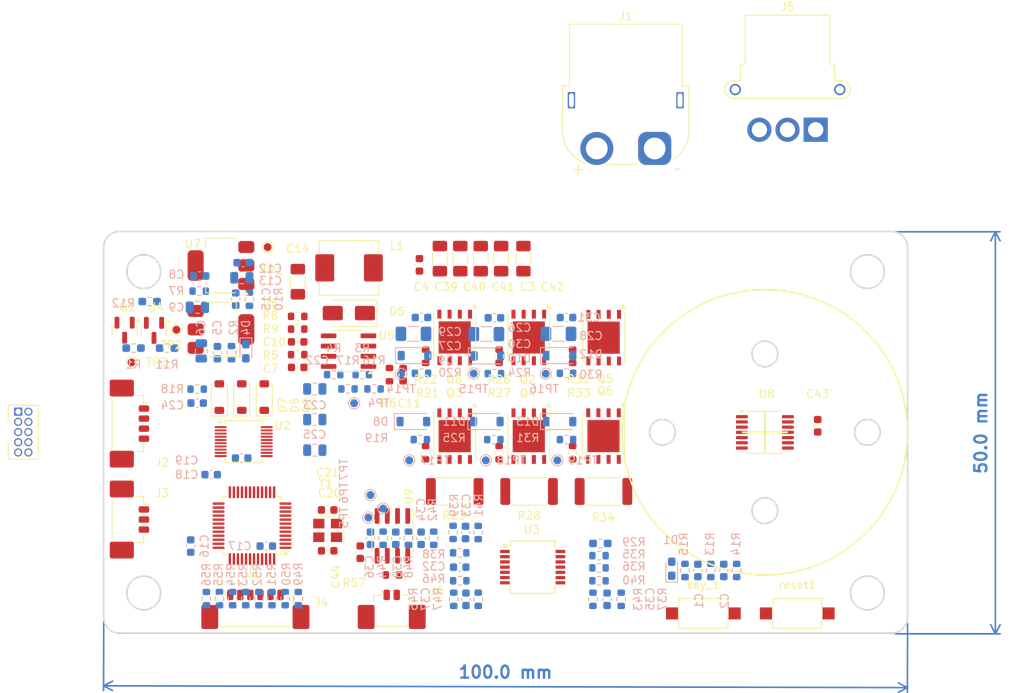
<source format=kicad_pcb>
(kicad_pcb (version 20240108) (generator "pcbnew") (generator_version "8.0")
  (layers (0 "F.Cu" signal) (1 "In1.Cu" signal "GND.Cu") (2 "In2.Cu" signal "GND.Cu") (31 "B.Cu" signal) (34 "B.Paste" user) (35 "F.Paste" user) (36 "B.SilkS" user "B.Silkscreen") (37 "F.SilkS" user "F.Silkscreen") (38 "B.Mask" user) (39 "F.Mask" user) (44 "Edge.Cuts" user))
  (net 0 "")
  (net 1 "/ADC_VBUS")
  (net 2 "/Driver/W_CH")
  (net 3 "/Driver/V_CH")
  (net 4 "/Driver/U_CH")
  (net 5 "/OP_I_W")
  (net 6 "/OP_I_V")
  (net 7 "/OP_I_U")
  (net 8 "/TIM1_CH1")
  (net 9 "/TIM1_CH2")
  (net 10 "/TIM1_CH3")
  (net 11 "/TIM1_CH1N")
  (net 12 "/TIM1_CH2N")
  (net 13 "/TIM1_CH3N")
  (net 14 "+12V")
  (net 15 "+3V3")
  (net 16 "+3.3VADC")
  (net 17 "/Driver/U_CHN")
  (net 18 "/Driver/V_CHN")
  (net 19 "/Driver/W_CHN")
  (net 20 "/Driver/U")
  (net 21 "/Driver/V")
  (net 22 "/Driver/W")
  (net 23 "GND")
  (net 24 "/Driver/i_w")
  (net 25 "Net-(U3D--)")
  (net 26 "Vref")
  (net 27 "/Driver/i_v")
  (net 28 "/Driver/i_u")
  (net 29 "Net-(U4-REF)")
  (net 30 "+5V")
  (net 31 "Net-(Q1-B)")
  (net 32 "/DEBUG_RX")
  (net 33 "Net-(U1-PB7)")
  (net 34 "/DEBUG_TX")
  (net 35 "Net-(U1-PB6)")
  (net 36 "/SPI1_CS")
  (net 37 "Net-(U1-PB5)")
  (net 38 "Net-(U1-PB3)")
  (net 39 "/SPI1_MISO")
  (net 40 "Net-(U1-PA15)")
  (net 41 "/SPI1_CLK")
  (net 42 "/SWCLK")
  (net 43 "Net-(U1-PA14)")
  (net 44 "/SWDIO")
  (net 45 "Net-(U1-PA13)")
  (net 46 "Net-(U3A--)")
  (net 47 "Net-(U3C-+)")
  (net 48 "Net-(U3D-+)")
  (net 49 "Net-(D13-A)")
  (net 50 "Net-(D12-A)")
  (net 51 "/SPI1_MOSI")
  (net 52 "Net-(U1-PB4)")
  (net 53 "Net-(C37-Pad2)")
  (net 54 "Net-(D11-A)")
  (net 55 "Net-(D10-A)")
  (net 56 "Net-(U3B-+)")
  (net 57 "Net-(D9-A)")
  (net 58 "Net-(D8-A)")
  (net 59 "Net-(U2-VCC)")
  (net 60 "Net-(D4-A)")
  (net 61 "Net-(U5-EN)")
  (net 62 "+24V")
  (net 63 "Net-(C10-Pad2)")
  (net 64 "Net-(U5-BS)")
  (net 65 "Net-(C11-Pad1)")
  (net 66 "Net-(U5-FB)")
  (net 67 "Net-(C14-Pad1)")
  (net 68 "Net-(U3C-11)")
  (net 69 "Net-(C33-Pad2)")
  (net 70 "/KEY_01")
  (net 71 "/RST")
  (net 72 "Net-(D1-A)")
  (net 73 "Net-(D6-K)")
  (net 74 "Net-(D7-K)")
  (net 76 "/ENCODER_Z")
  (net 77 "/ENCODER_B")
  (net 78 "/ENCODER_A")
  (net 81 "Net-(U5-SS)")
  (net 82 "Net-(U5-COMP)")
  (net 83 "Net-(U5-SW)")
  (net 89 "Net-(U1-PF0_OSC_IN)")
  (net 91 "Net-(U1-PF1_OSC_OUT)")
  (net 92 "Net-(U9-STB)")
  (net 97 "/LED_01")
  (net 98 "/CAN_N")
  (net 100 "Net-(D5-K)")
  (net 101 "/CAN_P")
  (net 102 "/CAN_+")
  (net 103 "/CAN_-")
  (net 104 "Net-(D2-K)")
  (footprint "Resistor_SMD:R_0603_1608Metric" (layer "F.Cu") (at 145.552 75.536 -90)
    (property "Reference" "R22" (at 2.878668 0 180) (layer "F.SilkS"))
    (property "Value" "10K")
    (pad "1" smd roundrect (at -0.825 0 270) (size 0.8 0.95) (layers "F.Cu" "F.Paste" "F.Mask") (net 57 "Net-(D9-A)"))
    (pad "2" smd roundrect (at 0.825 0 270) (size 0.8 0.95) (layers "F.Cu" "F.Paste" "F.Mask") (net 20 "/Driver/U"))
  )
  (footprint "Package_TO_SOT_SMD:SOT-23" (layer "F.Cu") (at 111.77 72.3125 -90)
    (property "Reference" "U4" (at -2.8725 -0.254 180) (layer "F.SilkS"))
    (property "Value" "TL431DBZ")
    (pad "1" smd roundrect (at -0.9375 -0.95 270) (size 1.475 0.6) (layers "F.Cu" "F.Paste" "F.Mask") (net 31 "Net-(Q1-B)"))
    (pad "2" smd roundrect (at -0.9375 0.95 270) (size 1.475 0.6) (layers "F.Cu" "F.Paste" "F.Mask") (net 29 "Net-(U4-REF)"))
    (pad "3" smd roundrect (at 0.9375 0 270) (size 1.475 0.6) (layers "F.Cu" "F.Paste" "F.Mask") (net 23 "GND"))
  )
  (footprint "Capacitor_SMD:C_1206_3216Metric_Pad1.33x1.80mm_HandSolder" (layer "F.Cu") (at 157.72 63.3825 90)
    (property "Reference" "C42" (at -3.5175 3.58 180) (layer "F.SilkS"))
    (property "Value" "10uF")
    (pad "1" smd roundrect (at -1.5625 0 90) (size 1.325 1.8) (layers "F.Cu" "F.Paste" "F.Mask") (roundrect_rratio 0.188679) (net 62 "+24V"))
    (pad "2" smd roundrect (at 1.5625 0 90) (size 1.325 1.8) (layers "F.Cu" "F.Paste" "F.Mask") (roundrect_rratio 0.188679) (net 23 "GND"))
  )
  (footprint "Package_DFN_QFN:DFN-8-1EP_6x5mm_P1.27mm_EP4x4mm" (layer "F.Cu") (at 158.3871 85.481 -90)
    (property "Reference" "Q4" (at -5.373 0.1351 360) (layer "F.SilkS"))
    (property "Value" "~")
    (pad "1" smd rect (at -2.9 -1.905 180) (size 0.5 1.1) (layers "F.Cu" "F.Paste" "F.Mask") (net 21 "/Driver/V"))
    (pad "2" smd rect (at -2.9 -0.635 180) (size 0.5 1.1) (layers "F.Cu" "F.Paste" "F.Mask") (net 21 "/Driver/V"))
    (pad "3" smd rect (at -2.9 0.635 180) (size 0.5 1.1) (layers "F.Cu" "F.Paste" "F.Mask") (net 21 "/Driver/V"))
    (pad "4" smd rect (at -2.9 1.905 180) (size 0.5 1.1) (layers "F.Cu" "F.Paste" "F.Mask") (net 54 "Net-(D11-A)"))
    (pad "5" smd rect (at 2.9 1.905 180) (size 0.5 1.1) (layers "F.Cu" "F.Paste" "F.Mask") (net 27 "/Driver/i_v"))
    (pad "6" smd rect (at 2.9 0.635 180) (size 0.5 1.1) (layers "F.Cu" "F.Paste" "F.Mask") (net 27 "/Driver/i_v"))
    (pad "7" smd rect (at 2.9 -0.635 180) (size 0.5 1.1) (layers "F.Cu" "F.Paste" "F.Mask") (net 27 "/Driver/i_v"))
    (pad "8" smd rect (at 2.9 -1.905 180) (size 0.5 1.1) (layers "F.Cu" "F.Paste" "F.Mask") (net 27 "/Driver/i_v"))
    (pad "9" smd rect (at 0 0 180) (size 4 4) (layers "F.Cu" "F.Mask") (net 27 "/Driver/i_v"))
  )
  (footprint "Capacitor_SMD:C_0603_1608Metric" (layer "F.Cu") (at 137.424 99.92 90)
    (property "Reference" "C44" (at -3.048 -3.048 90) (layer "F.SilkS"))
    (property "Value" "0.1uF")
    (pad "1" smd roundrect (at -0.775 0 90) (size 0.9 0.95) (layers "F.Cu" "F.Paste" "F.Mask") (net 15 "+3V3"))
    (pad "2" smd roundrect (at 0.775 0 90) (size 0.9 0.95) (layers "F.Cu" "F.Paste" "F.Mask") (net 92 "Net-(U9-STB)"))
  )
  (footprint "Capacitor_SMD:C_0603_1608Metric" (layer "F.Cu") (at 133.373 94.6655 180)
    (property "Reference" "C21" (at 0.013 4.6515 0) (layer "F.SilkS"))
    (property "Value" "22pF")
    (pad "1" smd roundrect (at -0.775 0 180) (size 0.9 0.95) (layers "F.Cu" "F.Paste" "F.Mask") (net 91 "Net-(U1-PF1_OSC_OUT)"))
    (pad "2" smd roundrect (at 0.775 0 180) (size 0.9 0.95) (layers "F.Cu" "F.Paste" "F.Mask") (net 23 "GND"))
  )
  (footprint "TestPoint:TestPoint_Pad_D1.0mm" (layer "F.Cu") (at 108.976 76.298)
    (property "Reference" "TP3" (at 3.175 0 0) (layer "F.SilkS"))
    (property "Value" "TestPoint_Alt")
    (pad "1" smd circle (at 0 0) (size 1 1) (layers "F.Cu" "F.Mask") (net 16 "+3.3VADC"))
  )
  (footprint "Capacitor_SMD:C_1206_3216Metric_Pad1.33x1.80mm_HandSolder" (layer "F.Cu") (at 147.33 63.3825 90)
    (property "Reference" "C39" (at -3.5175 0.774724 180) (layer "F.SilkS"))
    (property "Value" "10uF")
    (pad "1" smd roundrect (at -1.5625 0 90) (size 1.325 1.8) (layers "F.Cu" "F.Paste" "F.Mask") (roundrect_rratio 0.188679) (net 62 "+24V"))
    (pad "2" smd roundrect (at 1.5625 0 90) (size 1.325 1.8) (layers "F.Cu" "F.Paste" "F.Mask") (roundrect_rratio 0.188679) (net 23 "GND"))
  )
  (footprint "Button_Switch_SMD:SW_SPST_CK_RS282G05A3" (layer "F.Cu") (at 191.78 107.54 180)
    (property "Reference" "reset1" (at 0 3.556 0) (layer "F.SilkS"))
    (property "Value" "SW_Push")
    (pad "1" smd rect (at -3.9 0 180) (size 1.5 1.5) (layers "F.Cu" "F.Paste" "F.Mask") (net 23 "GND"))
    (pad "2" smd rect (at 3.9 0 180) (size 1.5 1.5) (layers "F.Cu" "F.Paste" "F.Mask") (net 71 "/RST"))
  )
  (footprint "Resistor_SMD:R_0603_1608Metric" (layer "F.Cu") (at 129.644234 70.569556)
    (property "Reference" "R8" (at -3.396234 -0.113556 0) (layer "F.SilkS"))
    (property "Value" "140K(1%)")
    (pad "1" smd roundrect (at -0.825 0) (size 0.8 0.95) (layers "F.Cu" "F.Paste" "F.Mask") (net 67 "Net-(C14-Pad1)"))
    (pad "2" smd roundrect (at 0.825 0) (size 0.8 0.95) (layers "F.Cu" "F.Paste" "F.Mask") (net 66 "Net-(U5-FB)"))
  )
  (footprint "Capacitor_SMD:C_1206_3216Metric_Pad1.33x1.80mm_HandSolder" (layer "F.Cu") (at 152.41 63.3825 90)
    (property "Reference" "C41" (at -3.5175 2.768552 180) (layer "F.SilkS"))
    (property "Value" "10uF")
    (pad "1" smd roundrect (at -1.5625 0 90) (size 1.325 1.8) (layers "F.Cu" "F.Paste" "F.Mask") (roundrect_rratio 0.188679) (net 62 "+24V"))
    (pad "2" smd roundrect (at 1.5625 0 90) (size 1.325 1.8) (layers "F.Cu" "F.Paste" "F.Mask") (roundrect_rratio 0.188679) (net 23 "GND"))
  )
  (footprint "Connector_Molex:Molex_PicoBlade_53398-0371_1x03-1MP_P1.25mm_Vertical" (layer "F.Cu") (at 109.272 95.856 -90)
    (property "Reference" "J2" (at -7.112 -3.514 180) (layer "F.SilkS"))
    (property "Value" "Conn_01x03")
    (pad "1" smd roundrect (at -1.25 -1.25 270) (size 0.8 1.3) (layers "F.Cu" "F.Paste" "F.Mask") (net 23 "GND"))
    (pad "2" smd roundrect (at 0 -1.25 270) (size 0.8 1.3) (layers "F.Cu" "F.Paste" "F.Mask") (net 34 "/DEBUG_TX"))
    (pad "3" smd roundrect (at 1.25 -1.25 270) (size 0.8 1.3) (layers "F.Cu" "F.Paste" "F.Mask") (net 32 "/DEBUG_RX"))
    (pad "MP" smd roundrect (at -3.8 1.5 270) (size 2.1 3) (layers "F.Cu" "F.Paste" "F.Mask") (roundrect_rratio 0.119048))
    (pad "MP" smd roundrect (at 3.8 1.5 270) (size 2.1 3) (layers "F.Cu" "F.Paste" "F.Mask") (roundrect_rratio 0.119048))
  )
  (footprint "Resistor_SMD:R_0603_1608Metric" (layer "F.Cu") (at 141.064666 77.822 -90)
    (property "Reference" "R6" (at 3.556 0.084666 180) (layer "F.SilkS"))
    (property "Value" "10R")
    (pad "1" smd roundrect (at -0.825 0 270) (size 0.8 0.95) (layers "F.Cu" "F.Paste" "F.Mask") (net 64 "Net-(U5-BS)"))
    (pad "2" smd roundrect (at 0.825 0 270) (size 0.8 0.95) (layers "F.Cu" "F.Paste" "F.Mask") (net 65 "Net-(C11-Pad1)"))
  )
  (footprint "Package_DFN_QFN:DFN-8-1EP_6x5mm_P1.27mm_EP4x4mm" (layer "F.Cu") (at 149.172 85.481 -90)
    (property "Reference" "Q3" (at -5.373 0.064 360) (layer "F.SilkS"))
    (property "Value" "~")
    (pad "1" smd rect (at -2.9 -1.905 180) (size 0.5 1.1) (layers "F.Cu" "F.Paste" "F.Mask") (net 20 "/Driver/U"))
    (pad "2" smd rect (at -2.9 -0.635 180) (size 0.5 1.1) (layers "F.Cu" "F.Paste" "F.Mask") (net 20 "/Driver/U"))
    (pad "3" smd rect (at -2.9 0.635 180) (size 0.5 1.1) (layers "F.Cu" "F.Paste" "F.Mask") (net 20 "/Driver/U"))
    (pad "4" smd rect (at -2.9 1.905 180) (size 0.5 1.1) (layers "F.Cu" "F.Paste" "F.Mask") (net 58 "Net-(D8-A)"))
    (pad "5" smd rect (at 2.9 1.905 180) (size 0.5 1.1) (layers "F.Cu" "F.Paste" "F.Mask") (net 28 "/Driver/i_u"))
    (pad "6" smd rect (at 2.9 0.635 180) (size 0.5 1.1) (layers "F.Cu" "F.Paste" "F.Mask") (net 28 "/Driver/i_u"))
    (pad "7" smd rect (at 2.9 -0.635 180) (size 0.5 1.1) (layers "F.Cu" "F.Paste" "F.Mask") (net 28 "/Driver/i_u"))
    (pad "8" smd rect (at 2.9 -1.905 180) (size 0.5 1.1) (layers "F.Cu" "F.Paste" "F.Mask") (net 28 "/Driver/i_u"))
    (pad "9" smd rect (at 0 0 180) (size 4 4) (layers "F.Cu" "F.Mask") (net 28 "/Driver/i_u"))
  )
  (footprint "Package_SO:TSSOP-20_4.4x5mm_P0.4mm" (layer "F.Cu") (at 122.923834 86.156686)
    (property "Reference" "U2" (at 4.848166 -1.984686 0) (layer "F.SilkS"))
    (property "Value" "fd6288t")
    (pad "1" smd roundrect (at -2.8625 -1.8) (size 1.475 0.25) (layers "F.Cu" "F.Paste" "F.Mask") (net 10 "/TIM1_CH3"))
    (pad "2" smd roundrect (at -2.8625 -1.4) (size 1.475 0.25) (layers "F.Cu" "F.Paste" "F.Mask") (net 9 "/TIM1_CH2"))
    (pad "3" smd roundrect (at -2.8625 -1) (size 1.475 0.25) (layers "F.Cu" "F.Paste" "F.Mask") (net 8 "/TIM1_CH1"))
    (pad "4" smd roundrect (at -2.8625 -0.6) (size 1.475 0.25) (layers "F.Cu" "F.Paste" "F.Mask") (net 13 "/TIM1_CH3N"))
    (pad "5" smd roundrect (at -2.8625 -0.2) (size 1.475 0.25) (layers "F.Cu" "F.Paste" "F.Mask") (net 12 "/TIM1_CH2N"))
    (pad "6" smd roundrect (at -2.8625 0.2) (size 1.475 0.25) (layers "F.Cu" "F.Paste" "F.Mask") (net 11 "/TIM1_CH1N"))
    (pad "7" smd roundrect (at -2.8625 0.6) (size 1.475 0.25) (layers "F.Cu" "F.Paste" "F.Mask") (net 59 "Net-(U2-VCC)"))
    (pad "8" smd roundrect (at -2.8625 1) (size 1.475 0.25) (layers "F.Cu" "F.Paste" "F.Mask") (net 23 "GND"))
    (pad "9" smd roundrect (at -2.8625 1.4) (size 1.475 0.25) (layers "F.Cu" "F.Paste" "F.Mask") (net 19 "/Driver/W_CHN"))
    (pad "10" smd roundrect (at -2.8625 1.8) (size 1.475 0.25) (layers "F.Cu" "F.Paste" "F.Mask") (net 18 "/Driver/V_CHN"))
    (pad "11" smd roundrect (at 2.8625 1.8) (size 1.475 0.25) (layers "F.Cu" "F.Paste" "F.Mask") (net 17 "/Driver/U_CHN"))
    (pad "12" smd roundrect (at 2.8625 1.4) (size 1.475 0.25) (layers "F.Cu" "F.Paste" "F.Mask") (net 22 "/Driver/W"))
    (pad "13" smd roundrect (at 2.8625 1) (size 1.475 0.25) (layers "F.Cu" "F.Paste" "F.Mask") (net 2 "/Driver/W_CH"))
    (pad "14" smd roundrect (at 2.8625 0.6) (size 1.475 0.25) (layers "F.Cu" "F.Paste" "F.Mask") (net 74 "Net-(D7-K)"))
    (pad "15" smd roundrect (at 2.8625 0.2) (size 1.475 0.25) (layers "F.Cu" "F.Paste" "F.Mask") (net 21 "/Driver/V"))
    (pad "16" smd roundrect (at 2.8625 -0.2) (size 1.475 0.25) (layers "F.Cu" "F.Paste" "F.Mask") (net 3 "/Driver/V_CH"))
    (pad "17" smd roundrect (at 2.8625 -0.6) (size 1.475 0.25) (layers "F.Cu" "F.Paste" "F.Mask") (net 73 "Net-(D6-K)"))
    (pad "18" smd roundrect (at 2.8625 -1) (size 1.475 0.25) (layers "F.Cu" "F.Paste" "F.Mask") (net 20 "/Driver/U"))
    (pad "19" smd roundrect (at 2.8625 -1.4) (size 1.475 0.25) (layers "F.Cu" "F.Paste" "F.Mask") (net 4 "/Driver/U_CH"))
    (pad "20" smd roundrect (at 2.8625 -1.8) (size 1.475 0.25) (layers "F.Cu" "F.Paste" "F.Mask") (net 104 "Net-(D2-K)"))
  )
  (footprint "Resistor_SMD:R_2512_6332Metric" (layer "F.Cu") (at 167.677268 92.363)
    (property "Reference" "R34" (at -0.027268 3.239 0) (layer "F.SilkS"))
    (property "Value" "0.01R")
    (pad "1" smd roundrect (at -2.9625 0) (size 1.225 3.35) (layers "F.Cu" "F.Paste" "F.Mask") (roundrect_rratio 0.204082) (net 24 "/Driver/i_w"))
    (pad "2" smd roundrect (at 2.9625 0) (size 1.225 3.35) (layers "F.Cu" "F.Paste" "F.Mask") (roundrect_rratio 0.204082) (net 23 "GND"))
  )
  (footprint "Capacitor_SMD:C_1206_3216Metric_Pad1.33x1.80mm_HandSolder" (layer "F.Cu") (at 149.87 63.3825 90)
    (property "Reference" "C40" (at -3.5175 1.771638 180) (layer "F.SilkS"))
    (property "Value" "10uF")
    (pad "1" smd roundrect (at -1.5625 0 90) (size 1.325 1.8) (layers "F.Cu" "F.Paste" "F.Mask") (roundrect_rratio 0.188679) (net 62 "+24V"))
    (pad "2" smd roundrect (at 1.5625 0 90) (size 1.325 1.8) (layers "F.Cu" "F.Paste" "F.Mask") (roundrect_rratio 0.188679) (net 23 "GND"))
  )
  (footprint "Diode_SMD:D_SMA" (layer "F.Cu") (at 136.008845 70.163453 180)
    (property "Reference" "D5" (at -5.987155 0.215453 0) (layer "F.SilkS"))
    (property "Value" "B340A")
    (pad "1" smd roundrect (at -2 0 180) (size 2.5 1.8) (layers "F.Cu" "F.Paste" "F.Mask") (roundrect_rratio 0.1388888889) (net 100 "Net-(D5-K)"))
    (pad "2" smd roundrect (at 2 0 180) (size 2.5 1.8) (layers "F.Cu" "F.Paste" "F.Mask") (roundrect_rratio 0.1388888889) (net 23 "GND"))
  )
  (footprint "Capacitor_SMD:C_0603_1608Metric" (layer "F.Cu") (at 194.32 84.185 90)
    (property "Reference" "C43" (at 3.95 0 180) (layer "F.SilkS"))
    (property "Value" "NC")
    (pad "1" smd roundrect (at -0.775 0 90) (size 0.9 0.95) (layers "F.Cu" "F.Paste" "F.Mask") (net 15 "+3V3"))
    (pad "2" smd roundrect (at 0.775 0 90) (size 0.9 0.95) (layers "F.Cu" "F.Paste" "F.Mask") (net 23 "GND"))
  )
  (footprint "Package_SO:SOIC-8_3.9x4.9mm_P1.27mm" (layer "F.Cu") (at 141.424665 97.888 -90)
    (property "Reference" "U9" (at -4.889665 -2.076 90) (layer "F.SilkS"))
    (property "Value" "TJA1042T-3")
    (pad "1" smd roundrect (at -2.475 -1.905 270) (size 1.95 0.6) (layers "F.Cu" "F.Paste" "F.Mask") (net 103 "/CAN_-"))
    (pad "2" smd roundrect (at -2.475 -0.635 270) (size 1.95 0.6) (layers "F.Cu" "F.Paste" "F.Mask") (net 23 "GND"))
    (pad "3" smd roundrect (at -2.475 0.635 270) (size 1.95 0.6) (layers "F.Cu" "F.Paste" "F.Mask") (net 30 "+5V"))
    (pad "4" smd roundrect (at -2.475 1.905 270) (size 1.95 0.6) (layers "F.Cu" "F.Paste" "F.Mask") (net 102 "/CAN_+"))
    (pad "5" smd roundrect (at 2.475 1.905 270) (size 1.95 0.6) (layers "F.Cu" "F.Paste" "F.Mask") (net 15 "+3V3"))
    (pad "6" smd roundrect (at 2.475 0.635 270) (size 1.95 0.6) (layers "F.Cu" "F.Paste" "F.Mask") (net 101 "/CAN_P"))
    (pad "7" smd roundrect (at 2.475 -0.635 270) (size 1.95 0.6) (layers "F.Cu" "F.Paste" "F.Mask") (net 98 "/CAN_N"))
    (pad "8" smd roundrect (at 2.475 -1.905 270) (size 1.95 0.6) (layers "F.Cu" "F.Paste" "F.Mask") (net 92 "Net-(U9-STB)"))
  )
  (footprint "Capacitor_SMD:C_0603_1608Metric" (layer "F.Cu") (at 129.644234 73.744556 180)
    (property "Reference" "C10" (at 2.888234 -0.013444 0) (layer "F.SilkS"))
    (property "Value" "22nF")
    (pad "1" smd roundrect (at -0.775 0 180) (size 0.9 0.95) (layers "F.Cu" "F.Paste" "F.Mask") (net 82 "Net-(U5-COMP)"))
    (pad "2" smd roundrect (at 0.775 0 180) (size 0.9 0.95) (layers "F.Cu" "F.Paste" "F.Mask") (net 63 "Net-(C10-Pad2)"))
  )
  (footprint "Button_Switch_SMD:SW_SPST_CK_RS282G05A3" (layer "F.Cu") (at 180.096 107.54 180)
    (property "Reference" "key_1" (at 0 3.556 0) (layer "F.SilkS"))
    (property "Value" "SW_Push")
    (pad "1" smd rect (at -3.9 0 180) (size 1.5 1.5) (layers "F.Cu" "F.Paste" "F.Mask") (net 23 "GND"))
    (pad "2" smd rect (at 3.9 0 180) (size 1.5 1.5) (layers "F.Cu" "F.Paste" "F.Mask") (net 70 "/KEY_01"))
  )
  (footprint "Resistor_SMD:R_0603_1608Metric" (layer "F.Cu") (at 163.84 75.536 -90)
    (property "Reference" "R32" (at 2.845 -0.718 0) (layer "F.SilkS"))
    (property "Value" "4.7K")
    (pad "1" smd roundrect (at -0.825 0 270) (size 0.8 0.95) (layers "F.Cu" "F.Paste" "F.Mask") (net 50 "Net-(D12-A)"))
    (pad "2" smd roundrect (at 0.825 0 270) (size 0.8 0.95) (layers "F.Cu" "F.Paste" "F.Mask") (net 22 "/Driver/W"))
  )
  (footprint "Capacitor_SMD:C_0603_1608Metric" (layer "F.Cu") (at 142.758 77.822 90)
    (property "Reference" "C11" (at -3.556 0.762 180) (layer "F.SilkS"))
    (property "Value" "0.1uF")
    (pad "1" smd roundrect (at -0.775 0 90) (size 0.9 0.95) (layers "F.Cu" "F.Paste" "F.Mask") (net 65 "Net-(C11-Pad1)"))
    (pad "2" smd roundrect (at 0.775 0 90) (size 0.9 0.95) (layers "F.Cu" "F.Paste" "F.Mask") (net 100 "Net-(D5-K)"))
  )
  (footprint "TestPoint:TestPoint_Pad_D1.0mm" (layer "F.Cu") (at 114.564 72.234)
    (property "Reference" "TP2" (at -0.635 1.905 0) (layer "F.SilkS"))
    (property "Value" "TestPoint_Alt")
    (pad "1" smd circle (at 0 0) (size 1 1) (layers "F.Cu" "F.Mask") (net 15 "+3V3"))
  )
  (footprint "Package_TO_SOT_SMD:SOT-223-3_TabPin2" (layer "F.Cu") (at 120.103283 72.193133)
    (property "Reference" "U6" (at 6.144717 -3.261133 0) (layer "F.SilkS"))
    (property "Value" "AMS1117-3.3")
    (pad "1" smd roundrect (at -3.15 -2.3) (size 2 1.5) (layers "F.Cu" "F.Paste" "F.Mask") (net 23 "GND"))
    (pad "2" smd roundrect (at -3.15 0) (size 2 1.5) (layers "F.Cu" "F.Paste" "F.Mask") (net 15 "+3V3"))
    (pad "2" smd roundrect (at 3.15 0) (size 2 3.8) (layers "F.Cu" "F.Paste" "F.Mask") (net 15 "+3V3"))
    (pad "3" smd roundrect (at -3.15 2.3) (size 2 1.5) (layers "F.Cu" "F.Paste" "F.Mask") (net 30 "+5V"))
  )
  (footprint "Package_DFN_QFN:DFN-8-1EP_6x5mm_P1.27mm_EP4x4mm" (layer "F.Cu") (at 167.677268 85.470686 -90)
    (property "Reference" "Q6" (at -5.616686 -0.226732 0) (layer "F.SilkS"))
    (property "Value" "~")
    (pad "1" smd rect (at -2.9 -1.905 180) (size 0.5 1.1) (layers "F.Cu" "F.Paste" "F.Mask") (net 22 "/Driver/W"))
    (pad "2" smd rect (at -2.9 -0.635 180) (size 0.5 1.1) (layers "F.Cu" "F.Paste" "F.Mask") (net 22 "/Driver/W"))
    (pad "3" smd rect (at -2.9 0.635 180) (size 0.5 1.1) (layers "F.Cu" "F.Paste" "F.Mask") (net 22 "/Driver/W"))
    (pad "4" smd rect (at -2.9 1.905 180) (size 0.5 1.1) (layers "F.Cu" "F.Paste" "F.Mask") (net 49 "Net-(D13-A)"))
    (pad "5" smd rect (at 2.9 1.905 180) (size 0.5 1.1) (layers "F.Cu" "F.Paste" "F.Mask") (net 24 "/Driver/i_w"))
    (pad "6" smd rect (at 2.9 0.635 180) (size 0.5 1.1) (layers "F.Cu" "F.Paste" "F.Mask") (net 24 "/Driver/i_w"))
    (pad "7" smd rect (at 2.9 -0.635 180) (size 0.5 1.1) (layers "F.Cu" "F.Paste" "F.Mask") (net 24 "/Driver/i_w"))
    (pad "8" smd rect (at 2.9 -1.905 180) (size 0.5 1.1) (layers "F.Cu" "F.Paste" "F.Mask") (net 24 "/Driver/i_w"))
    (pad "9" smd rect (at 0 0 180) (size 4 4) (layers "F.Cu" "F.Mask") (net 24 "/Driver/i_w"))
  )
  (footprint "Capacitor_SMD:C_1206_3216Metric_Pad1.33x1.80mm_HandSolder" (layer "F.Cu") (at 129.664234 66.254556 90)
    (property "Reference" "C14" (at 4.1025 0 180) (layer "F.SilkS"))
    (property "Value" "100uF/35V")
    (pad "1" smd roundrect (at -1.5625 0 90) (size 1.325 1.8) (layers "F.Cu" "F.Paste" "F.Mask") (roundrect_rratio 0.188679) (net 67 "Net-(C14-Pad1)"))
    (pad "2" smd roundrect (at 1.5625 0 90) (size 1.325 1.8) (layers "F.Cu" "F.Paste" "F.Mask") (roundrect_rratio 0.188679) (net 23 "GND"))
  )
  (footprint "Capacitor_SMD:C_0603_1608Metric" (layer "F.Cu") (at 144.79 64.1575 90)
    (property "Reference" "C4" (at -2.7425 0.254 180) (layer "F.SilkS"))
    (property "Value" "0.1uF")
    (pad "1" smd roundrect (at -0.775 0 90) (size 0.9 0.95) (layers "F.Cu" "F.Paste" "F.Mask") (net 62 "+24V"))
    (pad "2" smd roundrect (at 0.775 0 90) (size 0.9 0.95) (layers "F.Cu" "F.Paste" "F.Mask") (net 23 "GND"))
  )
  (footprint "Resistor_SMD:R_0603_1608Metric" (layer "F.Cu") (at 163.84 87.537 -90)
    (property "Reference" "R33" (at -7.429 -0.762 0) (layer "F.SilkS"))
    (property "Value" "10K")
    (pad "1" smd roundrect (at -0.825 0 270) (size 0.8 0.95) (layers "F.Cu" "F.Paste" "F.Mask") (net 49 "Net-(D13-A)"))
    (pad "2" smd roundrect (at 0.825 0 270) (size 0.8 0.95) (layers "F.Cu" "F.Paste" "F.Mask") (net 24 "/Driver/i_w"))
  )
  (footprint "Package_TO_SOT_SMD:SOT-23" (layer "F.Cu") (at 108.119864 72.288745 -90)
    (property "Reference" "Q1" (at -2.848745 -0.348136 180) (layer "F.SilkS"))
    (property "Value" "MMBT3904L")
    (pad "1" smd roundrect (at -0.9375 -0.95 270) (size 1.475 0.6) (layers "F.Cu" "F.Paste" "F.Mask") (net 31 "Net-(Q1-B)"))
    (pad "2" smd roundrect (at -0.9375 0.95 270) (size 1.475 0.6) (layers "F.Cu" "F.Paste" "F.Mask") (net 30 "+5V"))
    (pad "3" smd roundrect (at 0.9375 0 270) (size 1.475 0.6) (layers "F.Cu" "F.Paste" "F.Mask") (net 16 "+3.3VADC"))
  )
  (footprint "Resistor_SMD:R_2512_6332Metric" (layer "F.Cu") (at 158.424634 92.363)
    (property "Reference" "R28" (at 0 2.985 0) (layer "F.SilkS"))
    (property "Value" "0.01R")
    (pad "1" smd roundrect (at -2.9625 0) (size 1.225 3.35) (layers "F.Cu" "F.Paste" "F.Mask") (roundrect_rratio 0.204082) (net 27 "/Driver/i_v"))
    (pad "2" smd roundrect (at 2.9625 0) (size 1.225 3.35) (layers "F.Cu" "F.Paste" "F.Mask") (roundrect_rratio 0.204082) (net 23 "GND"))
  )
  (footprint "Package_SO:SOIC-8_3.9x4.9mm_P1.27mm" (layer "F.Cu") (at 135.965 74.898782 180)
    (property "Reference" "U5" (at -4.761 1.902782 0) (layer "F.SilkS"))
    (property "Value" "SGM6232YPS8G")
    (pad "1" smd roundrect (at -2.475 -1.905 180) (size 1.95 0.6) (layers "F.Cu" "F.Paste" "F.Mask") (net 64 "Net-(U5-BS)"))
    (pad "2" smd roundrect (at -2.475 -0.635 180) (size 1.95 0.6) (layers "F.Cu" "F.Paste" "F.Mask") (net 62 "+24V"))
    (pad "3" smd roundrect (at -2.475 0.635 180) (size 1.95 0.6) (layers "F.Cu" "F.Paste" "F.Mask") (net 83 "Net-(U5-SW)"))
    (pad "4" smd roundrect (at -2.475 1.905 180) (size 1.95 0.6) (layers "F.Cu" "F.Paste" "F.Mask") (net 23 "GND"))
    (pad "5" smd roundrect (at 2.475 1.905 180) (size 1.95 0.6) (layers "F.Cu" "F.Paste" "F.Mask") (net 66 "Net-(U5-FB)"))
    (pad "6" smd roundrect (at 2.475 0.635 180) (size 1.95 0.6) (layers "F.Cu" "F.Paste" "F.Mask") (net 82 "Net-(U5-COMP)"))
    (pad "7" smd roundrect (at 2.475 -0.635 180) (size 1.95 0.6) (layers "F.Cu" "F.Paste" "F.Mask") (net 61 "Net-(U5-EN)"))
    (pad "8" smd roundrect (at 2.475 -1.905 180) (size 1.95 0.6) (layers "F.Cu" "F.Paste" "F.Mask") (net 81 "Net-(U5-SS)"))
  )
  (footprint "Package_DFN_QFN:DFN-8-1EP_6x5mm_P1.27mm_EP4x4mm" (layer "F.Cu") (at 149.172 73.194423 -90)
    (property "Reference" "Q8" (at 5.220245 0.064 360) (layer "F.SilkS"))
    (property "Value" "~")
    (pad "1" smd rect (at -2.9 -1.905 180) (size 0.5 1.1) (layers "F.Cu" "F.Paste" "F.Mask") (net 62 "+24V"))
    (pad "2" smd rect (at -2.9 -0.635 180) (size 0.5 1.1) (layers "F.Cu" "F.Paste" "F.Mask") (net 62 "+24V"))
    (pad "3" smd rect (at -2.9 0.635 180) (size 0.5 1.1) (layers "F.Cu" "F.Paste" "F.Mask") (net 62 "+24V"))
    (pad "4" smd rect (at -2.9 1.905 180) (size 0.5 1.1) (layers "F.Cu" "F.Paste" "F.Mask") (net 57 "Net-(D9-A)"))
    (pad "5" smd rect (at 2.9 1.905 180) (size 0.5 1.1) (layers "F.Cu" "F.Paste" "F.Mask") (net 20 "/Driver/U"))
    (pad "6" smd rect (at 2.9 0.635 180) (size 0.5 1.1) (layers "F.Cu" "F.Paste" "F.Mask") (net 20 "/Driver/U"))
    (pad "7" smd rect (at 2.9 -0.635 180) (size 0.5 1.1) (layers "F.Cu" "F.Paste" "F.Mask") (net 20 "/Driver/U"))
    (pad "8" smd rect (at 2.9 -1.905 180) (size 0.5 1.1) (layers "F.Cu" "F.Paste" "F.Mask") (net 20 "/Driver/U"))
    (pad "9" smd rect (at 0 0 180) (size 4 4) (layers "F.Cu" "F.Mask") (net 20 "/Driver/U"))
  )
  (footprint "Connector_Molex:Molex_PicoBlade_53398-0671_1x06-1MP_P1.25mm_Vertical" (layer "F.Cu") (at 124.383 106.482)
    (property "Reference" "J4" (at 8.215 -0.254 0) (layer "F.SilkS"))
    (property "Value" "Conn_01x06")
    (pad "1" smd roundrect (at -3.125 -1.25) (size 0.8 1.3) (layers "F.Cu" "F.Paste" "F.Mask") (net 15 "+3V3"))
    (pad "2" smd roundrect (at -1.875 -1.25) (size 0.8 1.3) (layers "F.Cu" "F.Paste" "F.Mask") (net 36 "/SPI1_CS"))
    (pad "3" smd roundrect (at -0.625 -1.25) (size 0.8 1.3) (layers "F.Cu" "F.Paste" "F.Mask") (net 41 "/SPI1_CLK"))
    (pad "4" smd roundrect (at 0.625 -1.25) (size 0.8 1.3) (layers "F.Cu" "F.Paste" "F.Mask") (net 39 "/SPI1_MISO"))
    (pad "5" smd roundrect (at 1.875 -1.25) (size 0.8 1.3) (layers "F.Cu" "F.Paste" "F.Mask") (net 51 "/SPI1_MOSI"))
    (pad "6" smd roundrect (at 3.125 -1.25) (size 0.8 1.3) (layers "F.Cu" "F.Paste" "F.Mask") (net 23 "GND"))
    (pad "MP" smd roundrect (at -5.675 1.5) (size 2.1 3) (layers "F.Cu" "F.Paste" "F.Mask") (roundrect_rratio 0.119048))
    (pad "MP" smd roundrect (at 5.675 1.5) (size 2.1 3) (layers "F.Cu" "F.Paste" "F.Mask") (roundrect_rratio 0.119048))
  )
  (footprint "Resistor_SMD:R_0603_1608Metric" (layer "F.Cu") (at 154.696 87.537 -90)
    (property "Reference" "R27" (at -7.429 0 0) (layer "F.SilkS"))
    (property "Value" "10K")
    (pad "1" smd roundrect (at -0.825 0 270) (size 0.8 0.95) (layers "F.Cu" "F.Paste" "F.Mask") (net 54 "Net-(D11-A)"))
    (pad "2" smd roundrect (at 0.825 0 270) (size 0.8 0.95) (layers "F.Cu" "F.Paste" "F.Mask") (net 27 "/Driver/i_v"))
  )
  (footprint "TestPoint:TestPoint_Pad_D1.0mm" (layer "F.Cu") (at 125.905409 61.952695)
    (property "Reference" "TP1" (at 0.596591 2.915305 0) (layer "F.SilkS"))
    (property "Value" "TestPoint_Alt")
    (pad "1" smd circle (at 0 0) (size 1 1) (layers "F.Cu" "F.Mask") (net 14 "+12V"))
  )
  (footprint "user_connector:IDC-Header_2x05_P1.27mm_Vertical_THT" (layer "F.Cu") (at 97.546 91.538)
    (property "Reference" "J7" (hide yes))
    (property "Value" "Conn_02x05_Odd_Even" (hide yes))
    (pad "1" thru_hole rect (at -2.664 -9.1116) (size 1 1) (drill 0.7) (layers "*.Cu" "*.Mask") (net 15 "+3V3"))
    (pad "2" thru_hole oval (at -2.664 -7.8416) (size 1 1) (drill 0.7) (layers "*.Cu" "*.Mask") (net 32 "/DEBUG_RX"))
    (pad "3" thru_hole oval (at -2.664 -6.5716) (size 1 1) (drill 0.7) (layers "*.Cu" "*.Mask") (net 23 "GND"))
    (pad "4" thru_hole oval (at -2.664 -5.3016) (size 1 1) (drill 0.7) (layers "*.Cu" "*.Mask") (net 34 "/DEBUG_TX"))
    (pad "5" thru_hole oval (at -2.664 -4.0316) (size 1 1) (drill 0.7) (layers "*.Cu" "*.Mask") (net 23 "GND"))
    (pad "6" thru_hole oval (at -1.394 -4.0316) (size 1 1) (drill 0.7) (layers "*.Cu" "*.Mask") (net 44 "/SWDIO"))
    (pad "7" thru_hole oval (at -1.394 -5.3016) (size 1 1) (drill 0.7) (layers "*.Cu" "*.Mask") (net 23 "GND"))
    (pad "8" thru_hole oval (at -1.394 -6.5716) (size 1 1) (drill 0.7) (layers "*.Cu" "*.Mask") (net 42 "/SWCLK"))
    (pad "9" thru_hole oval (at -1.394 -7.8416) (size 1 1) (drill 0.7) (layers "*.Cu" "*.Mask") (net 23 "GND"))
    (pad "10" thru_hole oval (at -1.394 -9.1116) (size 1 1) (drill 0.7) (layers "*.Cu" "*.Mask") (net 23 "GND"))
  )
  (footprint "Package_SO:SSOP-14_5.3x6.2mm_P0.65mm" (layer "F.Cu") (at 158.866 101.78)
    (property "Reference" "U3" (at -0.106 -4.654 0) (layer "F.SilkS"))
    (property "Value" "LMV324I")
    (pad "1" smd rect (at -3.45 -1.95) (size 1.2 0.4) (layers "F.Cu" "F.Paste" "F.Mask") (net 69 "Net-(C33-Pad2)"))
    (pad "2" smd rect (at -3.45 -1.3) (size 1.2 0.4) (layers "F.Cu" "F.Paste" "F.Mask") (net 46 "Net-(U3A--)"))
    (pad "3" smd rect (at -3.45 -0.65) (size 1.2 0.4) (layers "F.Cu" "F.Paste" "F.Mask") (net 28 "/Driver/i_u"))
    (pad "4" smd rect (at -3.45 0) (size 1.2 0.4) (layers "F.Cu" "F.Paste" "F.Mask") (net 15 "+3V3"))
    (pad "5" smd rect (at -3.45 0.65) (size 1.2 0.4) (layers "F.Cu" "F.Paste" "F.Mask") (net 56 "Net-(U3B-+)"))
    (pad "6" smd rect (at -3.45 1.3) (size 1.2 0.4) (layers "F.Cu" "F.Paste" "F.Mask") (net 27 "/Driver/i_v"))
    (pad "7" smd rect (at -3.45 1.95) (size 1.2 0.4) (layers "F.Cu" "F.Paste" "F.Mask") (net 53 "Net-(C37-Pad2)"))
    (pad "8" smd rect (at 3.45 1.95) (size 1.2 0.4) (layers "F.Cu" "F.Paste" "F.Mask") (net 68 "Net-(U3C-11)"))
    (pad "9" smd rect (at 3.45 1.3) (size 1.2 0.4) (layers "F.Cu" "F.Paste" "F.Mask") (net 24 "/Driver/i_w"))
    (pad "10" smd rect (at 3.45 0.65) (size 1.2 0.4) (layers "F.Cu" "F.Paste" "F.Mask") (net 47 "Net-(U3C-+)"))
    (pad "11" smd rect (at 3.45 0) (size 1.2 0.4) (layers "F.Cu" "F.Paste" "F.Mask") (net 23 "GND"))
    (pad "12" smd rect (at 3.45 -0.65) (size 1.2 0.4) (layers "F.Cu" "F.Paste" "F.Mask") (net 48 "Net-(U3D-+)"))
    (pad "13" smd rect (at 3.45 -1.3) (size 1.2 0.4) (layers "F.Cu" "F.Paste" "F.Mask") (net 25 "Net-(U3D--)"))
    (pad "14" smd rect (at 3.45 -1.95) (size 1.2 0.4) (layers "F.Cu" "F.Paste" "F.Mask") (net 25 "Net-(U3D--)"))
  )
  (footprint "Resistor_SMD:R_0603_1608Metric" (layer "F.Cu") (at 154.696 75.536 -90)
    (property "Reference" "R26" (at 2.878668 0 180) (layer "F.SilkS"))
    (property "Value" "10k")
    (pad "1" smd roundrect (at -0.825 0 270) (size 0.8 0.95) (layers "F.Cu" "F.Paste" "F.Mask") (net 55 "Net-(D10-A)"))
    (pad "2" smd roundrect (at 0.825 0 270) (size 0.8 0.95) (layers "F.Cu" "F.Paste" "F.Mask") (net 21 "/Driver/V"))
  )
  (footprint "Capacitor_SMD:C_0603_1608Metric" (layer "F.Cu") (at 133.373 99.7455)
    (property "Reference" "C20" (at 0.241 -7.1915 0) (layer "F.SilkS"))
    (property "Value" "22pF")
    (pad "1" smd roundrect (at -0.775 0) (size 0.9 0.95) (layers "F.Cu" "F.Paste" "F.Mask") (net 89 "Net-(U1-PF0_OSC_IN)"))
    (pad "2" smd roundrect (at 0.775 0) (size 0.9 0.95) (layers "F.Cu" "F.Paste" "F.Mask") (net 23 "GND"))
  )
  (footprint "Connector_AMASS:AMASS_MR30PW-FB_1x03_P3.50mm_Horizontal" (layer "F.Cu") (at 194.066 47.342)
    (property "Reference" "J5" (at -3.5 -15.3 360) (layer "F.SilkS"))
    (property "Value" "Conn_01x03")
    (pad "" thru_hole circle (at -10 -5) (size 1.4 1.4) (drill 1) (layers "*.Cu" "*.Mask"))
    (pad "" thru_hole circle (at 3 -5 90) (size 1.4 1.4) (drill 1) (layers "*.Cu" "*.Mask"))
    (pad "1" thru_hole rect (at 0 0) (size 3 3) (drill 1.9) (layers "*.Cu" "*.Mask") (net 22 "/Driver/W"))
    (pad "2" thru_hole circle (at -3.5 0) (size 3 3) (drill 1.9) (layers "*.Cu" "*.Mask") (net 21 "/Driver/V"))
    (pad "3" thru_hole circle (at -7 0) (size 3 3) (drill 1.9) (layers "*.Cu" "*.Mask") (net 20 "/Driver/U"))
  )
  (footprint "Connector_Molex:Molex_PicoBlade_53398-0271_1x02-1MP_P1.25mm_Vertical" (layer "F.Cu") (at 141.339145 106.482)
    (property "Reference" "J6" (at 5.651665 -1.758 0) (layer "F.SilkS"))
    (property "Value" "Conn_01x02")
    (pad "1" smd roundrect (at -0.625 -1.25) (size 0.8 1.3) (layers "F.Cu" "F.Paste" "F.Mask") (net 101 "/CAN_P"))
    (pad "2" smd roundrect (at 0.625 -1.25) (size 0.8 1.3) (layers "F.Cu" "F.Paste" "F.Mask") (net 98 "/CAN_N"))
    (pad "MP" smd roundrect (at -3.175 1.5) (size 2.1 3) (layers "F.Cu" "F.Paste" "F.Mask") (roundrect_rratio 0.119048))
    (pad "MP" smd roundrect (at 3.175 1.5) (size 2.1 3) (layers "F.Cu" "F.Paste" "F.Mask") (roundrect_rratio 0.119048))
  )
  (footprint "Diode_SMD:D_SOD-123" (layer "F.Cu") (at 119.898 80.616 90)
    (property "Reference" "D7" (at -1.016 7.874 90) (layer "F.SilkS"))
    (property "Value" "1N5819")
    (pad "1" smd roundrect (at -1.65 0 90) (size 0.9 1.2) (layers "F.Cu" "F.Paste" "F.Mask") (net 74 "Net-(D7-K)"))
    (pad "2" smd roundrect (at 1.65 0 90) (size 0.9 1.2) (layers "F.Cu" "F.Paste" "F.Mask") (net 14 "+12V"))
  )
  (footprint "Connector_AMASS:AMASS_XT60PW-F_1x02_P7.20mm_Horizontal" (layer "F.Cu") (at 174.044 49.674)
    (property "Reference" "J1" (at -3.6 -16.5 0) (layer "F.SilkS"))
    (property "Value" "Conn_01x02")
    (fp_text user "+" (at -9.5 2.5 0) (layer "F.SilkS") (effects (font (size 1.5 1.5))))
    (fp_text user "-" (at 2.8 2.5 0) (layer "F.SilkS"))
    (pad "" thru_hole rect (at -10.35 -6) (size 0.9 2) (drill oval 0.6 1.7) (layers "*.Cu" "*.Mask"))
    (pad "" thru_hole rect (at 3.15 -6) (size 0.9 2) (drill oval 0.6 1.7) (layers "*.Cu" "*.Mask"))
    (pad "1" thru_hole roundrect (at 0 0) (size 4.1 4.1) (drill 2.7) (layers "*.Cu" "*.Mask") (net 23 "GND"))
    (pad "2" thru_hole circle (at -7.2 0) (size 4.1 4.1) (drill 2.7) (layers "*.Cu" "*.Mask") (net 62 "+24V"))
  )
  (footprint "Package_SO:TSSOP-14_4.4x5mm_P0.65mm" (layer "F.Cu") (at 187.753869 85.00722)
    (property "Reference" "U8" (at 0.216131 -4.77222 180) (layer "F.SilkS"))
    (property "Value" "AS5047D")
    (pad "1" smd roundrect (at -2.8625 -1.95) (size 1.475 0.4) (layers "F.Cu" "F.Paste" "F.Mask") (net 36 "/SPI1_CS"))
    (pad "2" smd roundrect (at -2.8625 -1.3) (size 1.475 0.4) (layers "F.Cu" "F.Paste" "F.Mask") (net 41 "/SPI1_CLK"))
    (pad "3" smd roundrect (at -2.8625 -0.65) (size 1.475 0.4) (layers "F.Cu" "F.Paste" "F.Mask") (net 39 "/SPI1_MISO"))
    (pad "4" smd roundrect (at -2.8625 0) (size 1.475 0.4) (layers "F.Cu" "F.Paste" "F.Mask") (net 51 "/SPI1_MOSI"))
    (pad "5" smd roundrect (at -2.8625 0.65) (size 1.475 0.4) (layers "F.Cu" "F.Paste" "F.Mask") (net 23 "GND"))
    (pad "6" smd roundrect (at -2.8625 1.3) (size 1.475 0.4) (layers "F.Cu" "F.Paste" "F.Mask") (net 77 "/ENCODER_B"))
    (pad "7" smd roundrect (at -2.8625 1.95) (size 1.475 0.4) (layers "F.Cu" "F.Paste" "F.Mask") (net 78 "/ENCODER_A"))
    (pad "8" smd roundrect (at 2.8625 1.95) (size 1.475 0.4) (layers "F.Cu" "F.Paste" "F.Mask"))
    (pad "9" smd roundrect (at 2.8625 1.3) (size 1.475 0.4) (layers "F.Cu" "F.Paste" "F.Mask"))
    (pad "10" smd roundrect (at 2.8625 0.65) (size 1.475 0.4) (layers "F.Cu" "F.Paste" "F.Mask"))
    (pad "11" smd roundrect (at 2.8625 0) (size 1.475 0.4) (layers "F.Cu" "F.Paste" "F.Mask") (net 15 "+3V3"))
    (pad "12" smd roundrect (at 2.8625 -0.65) (size 1.475 0.4) (layers "F.Cu" "F.Paste" "F.Mask") (net 15 "+3V3"))
    (pad "13" smd roundrect (at 2.8625 -1.3) (size 1.475 0.4) (layers "F.Cu" "F.Paste" "F.Mask") (net 23 "GND"))
    (pad "14" smd roundrect (at 2.8625 -1.95) (size 1.475 0.4) (layers "F.Cu" "F.Paste" "F.Mask") (net 76 "/ENCODER_Z"))
  )
  (footprint "Crystal:Crystal_SMD_3225-4Pin_3.2x2.5mm" (layer "F.Cu") (at 133.373 97.2055 180)
    (property "Reference" "Y1" (at 0.267 5.9215 0) (layer "F.SilkS"))
    (property "Value" "32MHZ")
    (pad "1" smd rect (at -1.1 0.85 180) (size 1.4 1.2) (layers "F.Cu" "F.Paste" "F.Mask") (net 91 "Net-(U1-PF1_OSC_OUT)"))
    (pad "2" smd rect (at 1.1 0.85 180) (size 1.4 1.2) (layers "F.Cu" "F.Paste" "F.Mask") (net 23 "GND"))
    (pad "3" smd rect (at 1.1 -0.85 180) (size 1.4 1.2) (layers "F.Cu" "F.Paste" "F.Mask") (net 89 "Net-(U1-PF0_OSC_IN)"))
    (pad "4" smd rect (at -1.1 -0.85 180) (size 1.4 1.2) (layers "F.Cu" "F.Paste" "F.Mask") (net 23 "GND"))
  )
  (footprint "Resistor_SMD:R_0603_1608Metric" (layer "F.Cu") (at 145.552 87.537 -90)
    (property "Reference" "R21" (at -7.429 -0.254 180) (layer "F.SilkS"))
    (property "Value" "10K")
    (pad "1" smd roundrect (at -0.825 0 270) (size 0.8 0.95) (layers "F.Cu" "F.Paste" "F.Mask") (net 58 "Net-(D8-A)"))
    (pad "2" smd roundrect (at 0.825 0 270) (size 0.8 0.95) (layers "F.Cu" "F.Paste" "F.Mask") (net 28 "/Driver/i_u"))
  )
  (footprint "Capacitor_SMD:C_0603_1608Metric" (layer "F.Cu") (at 129.644234 76.919556 180)
    (property "Reference" "C7" (at 3.364425 -0.140444 0) (layer "F.SilkS"))
    (property "Value" "1uF")
    (pad "1" smd roundrect (at -0.775 0 180) (size 0.9 0.95) (layers "F.Cu" "F.Paste" "F.Mask") (net 81 "Net-(U5-SS)"))
    (pad "2" smd roundrect (at 0.775 0 180) (size 0.9 0.95) (layers "F.Cu" "F.Paste" "F.Mask") (net 23 "GND"))
  )
  (footprint "Inductor_SMD:L_Abracon_ASPI-0630LR" (layer "F.Cu") (at 136.033816 64.535 180)
    (property "Reference" "L1" (at -5.962184 2.715 0) (layer "F.SilkS"))
    (property "Value" "10uH")
    (pad "1" smd roundrect (at -3.025 0 180) (size 2.35 3.4) (layers "F.Cu" "F.Paste" "F.Mask") (roundrect_rratio 0.1) (net 83 "Net-(U5-SW)"))
    (pad "2" smd roundrect (at 3.025 0 180) (size 2.35 3.4) (layers "F.Cu" "F.Paste" "F.Mask") (roundrect_rratio 0.1) (net 67 "Net-(C14-Pad1)"))
  )
  (footprint "Resistor_SMD:R_2512_6332Metric" (layer "F.Cu") (at 149.172 92.363)
    (property "Reference" "R23" (at -0.064 2.985 0) (layer "F.SilkS"))
    (property "Value" "0.01R")
    (pad "1" smd roundrect (at -2.9625 0) (size 1.225 3.35) (layers "F.Cu" "F.Paste" "F.Mask") (roundrect_rratio 0.204082) (net 28 "/Driver/i_u"))
    (pad "2" smd roundrect (at 2.9625 0) (size 1.225 3.35) (layers "F.Cu" "F.Paste" "F.Mask") (roundrect_rratio 0.204082) (net 23 "GND"))
  )
  (footprint "Resistor_SMD:R_0603_1608Metric" (layer "F.Cu") (at 129.644234 72.157056 180)
    (property "Reference" "R9" (at 3.364425 0.050056 0) (layer "F.SilkS"))
    (property "Value" "10K(1%)")
    (pad "1" smd roundrect (at -0.825 0 180) (size 0.8 0.95) (layers "F.Cu" "F.Paste" "F.Mask") (net 66 "Net-(U5-FB)"))
    (pad "2" smd roundrect (at 0.825 0 180) (size 0.8 0.95) (layers "F.Cu" "F.Paste" "F.Mask") (net 23 "GND"))
  )
  (footprint "Capacitor_SMD:C_1206_3216Metric_Pad1.33x1.80mm_HandSolder" (layer "F.Cu") (at 154.95 63.3825 90)
    (property "Reference" "C3" (at -3.5175 3.289275 180) (layer "F.SilkS"))
    (property "Value" "10uF")
    (pad "1" smd roundrect (at -1.5625 0 90) (size 1.325 1.8) (layers "F.Cu" "F.Paste" "F.Mask") (roundrect_rratio 0.188679) (net 62 "+24V"))
    (pad "2" smd roundrect (at 1.5625 0 90) (size 1.325 1.8) (layers "F.Cu" "F.Paste" "F.Mask") (roundrect_rratio 0.188679) (net 23 "GND"))
  )
  (footprint "Package_DFN_QFN:DFN-8-1EP_6x5mm_P1.27mm_EP4x4mm" (layer "F.Cu") (at 158.3871 73.194423 -90)
    (property "Reference" "Q2" (at 5.220245 0.1351 360) (layer "F.SilkS"))
    (property "Value" "~")
    (pad "1" smd rect (at -2.9 -1.905 180) (size 0.5 1.1) (layers "F.Cu" "F.Paste" "F.Mask") (net 62 "+24V"))
    (pad "2" smd rect (at -2.9 -0.635 180) (size 0.5 1.1) (layers "F.Cu" "F.Paste" "F.Mask") (net 62 "+24V"))
    (pad "3" smd rect (at -2.9 0.635 180) (size 0.5 1.1) (layers "F.Cu" "F.Paste" "F.Mask") (net 62 "+24V"))
    (pad "4" smd rect (at -2.9 1.905 180) (size 0.5 1.1) (layers "F.Cu" "F.Paste" "F.Mask") (net 55 "Net-(D10-A)"))
    (pad "5" smd rect (at 2.9 1.905 180) (size 0.5 1.1) (layers "F.Cu" "F.Paste" "F.Mask") (net 21 "/Driver/V"))
    (pad "6" smd rect (at 2.9 0.635 180) (size 0.5 1.1) (layers "F.Cu" "F.Paste" "F.Mask") (net 21 "/Driver/V"))
    (pad "7" smd rect (at 2.9 -0.635 180) (size 0.5 1.1) (layers "F.Cu" "F.Paste" "F.Mask") (net 21 "/Driver/V"))
    (pad "8" smd rect (at 2.9 -1.905 180) (size 0.5 1.1) (layers "F.Cu" "F.Paste" "F.Mask") (net 21 "/Driver/V"))
    (pad "9" smd rect (at 0 0 180) (size 4 4) (layers "F.Cu" "F.Mask") (net 21 "/Driver/V"))
  )
  (footprint "Diode_SMD:D_SOD-123" (layer "F.Cu") (at 125.486 80.616 90)
    (property "Reference" "D2" (at -1.016 5.334 90) (layer "F.SilkS"))
    (property "Value" "1N5819")
    (pad "1" smd roundrect (at -1.65 0 90) (size 0.9 1.2) (layers "F.Cu" "F.Paste" "F.Mask") (net 104 "Net-(D2-K)"))
    (pad "2" smd roundrect (at 1.65 0 90) (size 0.9 1.2) (layers "F.Cu" "F.Paste" "F.Mask") (net 14 "+12V"))
  )
  (footprint "Package_DFN_QFN:DFN-8-1EP_6x5mm_P1.27mm_EP4x4mm" (layer "F.Cu") (at 167.702201 73.218869 -90)
    (property "Reference" "Q5" (at 5.111131 -0.201799 0) (layer "F.SilkS"))
    (property "Value" "~")
    (pad "1" smd rect (at -2.9 -1.905 180) (size 0.5 1.1) (layers "F.Cu" "F.Paste" "F.Mask") (net 62 "+24V"))
    (pad "2" smd rect (at -2.9 -0.635 180) (size 0.5 1.1) (layers "F.Cu" "F.Paste" "F.Mask") (net 62 "+24V"))
    (pad "3" smd rect (at -2.9 0.635 180) (size 0.5 1.1) (layers "F.Cu" "F.Paste" "F.Mask") (net 62 "+24V"))
    (pad "4" smd rect (at -2.9 1.905 180) (size 0.5 1.1) (layers "F.Cu" "F.Paste" "F.Mask") (net 50 "Net-(D12-A)"))
    (pad "5" smd rect (at 2.9 1.905 180) (size 0.5 1.1) (layers "F.Cu" "F.Paste" "F.Mask") (net 22 "/Driver/W"))
    (pad "6" smd rect (at 2.9 0.635 180) (size 0.5 1.1) (layers "F.Cu" "F.Paste" "F.Mask") (net 22 "/Driver/W"))
    (pad "7" smd rect (at 2.9 -0.635 180) (size 0.5 1.1) (layers "F.Cu" "F.Paste" "F.Mask") (net 22 "/Driver/W"))
    (pad "8" smd rect (at 2.9 -1.905 180) (size 0.5 1.1) (layers "F.Cu" "F.Paste" "F.Mask") (net 22 "/Driver/W"))
    (pad "9" smd rect (at 0 0 180) (size 4 4) (layers "F.Cu" "F.Mask") (net 22 "/Driver/W"))
  )
  (footprint "Package_TO_SOT_SMD:SOT-223-3_TabPin2" (layer "F.Cu") (at 120.103283 64.236226 180)
    (property "Reference" "U7" (at 3.507283 2.670226 0) (layer "F.SilkS"))
    (property "Value" "AMS1117-5.0")
    (pad "1" smd roundrect (at -3.15 -2.3 180) (size 2 1.5) (layers "F.Cu" "F.Paste" "F.Mask") (net 23 "GND"))
    (pad "2" smd roundrect (at -3.15 0 180) (size 2 1.5) (layers "F.Cu" "F.Paste" "F.Mask") (net 30 "+5V"))
    (pad "2" smd roundrect (at 3.15 0 180) (size 2 3.8) (layers "F.Cu" "F.Paste" "F.Mask") (net 30 "+5V"))
    (pad "3" smd roundrect (at -3.15 2.3 180) (size 2 1.5) (layers "F.Cu" "F.Paste" "F.Mask") (net 14 "+12V"))
  )
  (footprint "Connector_Molex:Molex_PicoBlade_53398-0471_1x04-1MP_P1.25mm_Vertical" (layer "F.Cu") (at 109.272 83.918 -90)
    (property "Reference" "J3" (at 8.636 -3.514 180) (layer "F.SilkS"))
    (property "Value" "Conn_01x04")
    (pad "1" smd roundrect (at -1.875 -1.25 270) (size 0.8 1.3) (layers "F.Cu" "F.Paste" "F.Mask") (net 23 "GND"))
    (pad "2" smd roundrect (at -0.625 -1.25 270) (size 0.8 1.3) (layers "F.Cu" "F.Paste" "F.Mask") (net 42 "/SWCLK"))
    (pad "3" smd roundrect (at 0.625 -1.25 270) (size 0.8 1.3) (layers "F.Cu" "F.Paste" "F.Mask") (net 44 "/SWDIO"))
    (pad "4" smd roundrect (at 1.875 -1.25 270) (size 0.8 1.3) (layers "F.Cu" "F.Paste" "F.Mask") (net 15 "+3V3"))
    (pad "MP" smd roundrect (at -4.425 1.5 270) (size 2.1 3) (layers "F.Cu" "F.Paste" "F.Mask") (roundrect_rratio 0.119048))
    (pad "MP" smd roundrect (at 4.425 1.5 270) (size 2.1 3) (layers "F.Cu" "F.Paste" "F.Mask") (roundrect_rratio 0.119048))
  )
  (footprint "Package_QFP:LQFP-48_7x7mm_P0.5mm" (layer "F.Cu") (at 123.962 96.618 180)
    (property "Reference" "U1" (at 0 -5.85 0) (layer "F.SilkS"))
    (property "Value" "STM32G431C8")
    (pad "1" smd roundrect (at -4.1625 -2.75 180) (size 1.475 0.3) (layers "F.Cu" "F.Paste" "F.Mask"))
    (pad "2" smd roundrect (at -4.1625 -2.25 180) (size 1.475 0.3) (layers "F.Cu" "F.Paste" "F.Mask") (net 97 "/LED_01"))
    (pad "3" smd roundrect (at -4.1625 -1.75 180) (size 1.475 0.3) (layers "F.Cu" "F.Paste" "F.Mask") (net 70 "/KEY_01"))
    (pad "4" smd roundrect (at -4.1625 -1.25 180) (size 1.475 0.3) (layers "F.Cu" "F.Paste" "F.Mask"))
    (pad "5" smd roundrect (at -4.1625 -0.75 180) (size 1.475 0.3) (layers "F.Cu" "F.Paste" "F.Mask") (net 89 "Net-(U1-PF0_OSC_IN)"))
    (pad "6" smd roundrect (at -4.1625 -0.25 180) (size 1.475 0.3) (layers "F.Cu" "F.Paste" "F.Mask") (net 91 "Net-(U1-PF1_OSC_OUT)"))
    (pad "7" smd roundrect (at -4.1625 0.25 180) (size 1.475 0.3) (layers "F.Cu" "F.Paste" "F.Mask") (net 71 "/RST"))
    (pad "8" smd roundrect (at -4.1625 0.75 180) (size 1.475 0.3) (layers "F.Cu" "F.Paste" "F.Mask"))
    (pad "9" smd roundrect (at -4.1625 1.25 180) (size 1.475 0.3) (layers "F.Cu" "F.Paste" "F.Mask") (net 5 "/OP_I_W"))
    (pad "10" smd roundrect (at -4.1625 1.75 180) (size 1.475 0.3) (layers "F.Cu" "F.Paste" "F.Mask") (net 6 "/OP_I_V"))
    (pad "11" smd roundrect (at -4.1625 2.25 180) (size 1.475 0.3) (layers "F.Cu" "F.Paste" "F.Mask") (net 7 "/OP_I_U"))
    (pad "12" smd roundrect (at -4.1625 2.75 180) (size 1.475 0.3) (layers "F.Cu" "F.Paste" "F.Mask"))
    (pad "13" smd roundrect (at -2.75 4.1625 180) (size 0.3 1.475) (layers "F.Cu" "F.Paste" "F.Mask"))
    (pad "14" smd roundrect (at -2.25 4.1625 180) (size 0.3 1.475) (layers "F.Cu" "F.Paste" "F.Mask") (net 78 "/ENCODER_A"))
    (pad "15" smd roundrect (at -1.75 4.1625 180) (size 0.3 1.475) (layers "F.Cu" "F.Paste" "F.Mask") (net 77 "/ENCODER_B"))
    (pad "16" smd roundrect (at -1.25 4.1625 180) (size 0.3 1.475) (layers "F.Cu" "F.Paste" "F.Mask") (net 76 "/ENCODER_Z"))
    (pad "17" smd roundrect (at -0.75 4.1625 180) (size 0.3 1.475) (layers "F.Cu" "F.Paste" "F.Mask"))
    (pad "18" smd roundrect (at -0.25 4.1625 180) (size 0.3 1.475) (layers "F.Cu" "F.Paste" "F.Mask"))
    (pad "19" smd roundrect (at 0.25 4.1625 180) (size 0.3 1.475) (layers "F.Cu" "F.Paste" "F.Mask") (net 23 "GND"))
    (pad "20" smd roundrect (at 0.75 4.1625 180) (size 0.3 1.475) (layers "F.Cu" "F.Paste" "F.Mask") (net 16 "+3.3VADC"))
    (pad "21" smd roundrect (at 1.25 4.1625 180) (size 0.3 1.475) (layers "F.Cu" "F.Paste" "F.Mask") (net 15 "+3V3"))
    (pad "22" smd roundrect (at 1.75 4.1625 180) (size 0.3 1.475) (layers "F.Cu" "F.Paste" "F.Mask"))
    (pad "23" smd roundrect (at 2.25 4.1625 180) (size 0.3 1.475) (layers "F.Cu" "F.Paste" "F.Mask") (net 23 "GND"))
    (pad "24" smd roundrect (at 2.75 4.1625 180) (size 0.3 1.475) (layers "F.Cu" "F.Paste" "F.Mask") (net 15 "+3V3"))
    (pad "25" smd roundrect (at 4.1625 2.75 180) (size 1.475 0.3) (layers "F.Cu" "F.Paste" "F.Mask") (net 1 "/ADC_VBUS"))
    (pad "26" smd roundrect (at 4.1625 2.25 180) (size 1.475 0.3) (layers "F.Cu" "F.Paste" "F.Mask"))
    (pad "27" smd roundrect (at 4.1625 1.75 180) (size 1.475 0.3) (layers "F.Cu" "F.Paste" "F.Mask") (net 11 "/TIM1_CH1N"))
    (pad "28" smd roundrect (at 4.1625 1.25 180) (size 1.475 0.3) (layers "F.Cu" "F.Paste" "F.Mask") (net 12 "/TIM1_CH2N"))
    (pad "29" smd roundrect (at 4.1625 0.75 180) (size 1.475 0.3) (layers "F.Cu" "F.Paste" "F.Mask") (net 13 "/TIM1_CH3N"))
    (pad "30" smd roundrect (at 4.1625 0.25 180) (size 1.475 0.3) (layers "F.Cu" "F.Paste" "F.Mask") (net 8 "/TIM1_CH1"))
    (pad "31" smd roundrect (at 4.1625 -0.25 180) (size 1.475 0.3) (layers "F.Cu" "F.Paste" "F.Mask") (net 9 "/TIM1_CH2"))
    (pad "32" smd roundrect (at 4.1625 -0.75 180) (size 1.475 0.3) (layers "F.Cu" "F.Paste" "F.Mask") (net 10 "/TIM1_CH3"))
    (pad "33" smd roundrect (at 4.1625 -1.25 180) (size 1.475 0.3) (layers "F.Cu" "F.Paste" "F.Mask") (net 102 "/CAN_+"))
    (pad "34" smd roundrect (at 4.1625 -1.75 180) (size 1.475 0.3) (layers "F.Cu" "F.Paste" "F.Mask") (net 103 "/CAN_-"))
    (pad "35" smd roundrect (at 4.1625 -2.25 180) (size 1.475 0.3) (layers "F.Cu" "F.Paste" "F.Mask") (net 23 "GND"))
    (pad "36" smd roundrect (at 4.1625 -2.75 180) (size 1.475 0.3) (layers "F.Cu" "F.Paste" "F.Mask") (net 15 "+3V3"))
    (pad "37" smd roundrect (at 2.75 -4.1625 180) (size 0.3 1.475) (layers "F.Cu" "F.Paste" "F.Mask") (net 45 "Net-(U1-PA13)"))
    (pad "38" smd roundrect (at 2.25 -4.1625 180) (size 0.3 1.475) (layers "F.Cu" "F.Paste" "F.Mask") (net 43 "Net-(U1-PA14)"))
    (pad "39" smd roundrect (at 1.75 -4.1625 180) (size 0.3 1.475) (layers "F.Cu" "F.Paste" "F.Mask") (net 40 "Net-(U1-PA15)"))
    (pad "40" smd roundrect (at 1.25 -4.1625 180) (size 0.3 1.475) (layers "F.Cu" "F.Paste" "F.Mask") (net 38 "Net-(U1-PB3)"))
    (pad "41" smd roundrect (at 0.75 -4.1625 180) (size 0.3 1.475) (layers "F.Cu" "F.Paste" "F.Mask") (net 52 "Net-(U1-PB4)"))
    (pad "42" smd roundrect (at 0.25 -4.1625 180) (size 0.3 1.475) (layers "F.Cu" "F.Paste" "F.Mask") (net 37 "Net-(U1-PB5)"))
    (pad "43" smd roundrect (at -0.25 -4.1625 180) (size 0.3 1.475) (layers "F.Cu" "F.Paste" "F.Mask") (net 35 "Net-(U1-PB6)"))
    (pad "44" smd roundrect (at -0.75 -4.1625 180) (size 0.3 1.475) (layers "F.Cu" "F.Paste" "F.Mask") (net 33 "Net-(U1-PB7)"))
    (pad "45" smd roundrect (at -1.25 -4.1625 180) (size 0.3 1.475) (layers "F.Cu" "F.Paste" "F.Mask"))
    (pad "46" smd roundrect (at -1.75 -4.1625 180) (size 0.3 1.475) (layers "F.Cu" "F.Paste" "F.Mask"))
    (pad "47" smd roundrect (at -2.25 -4.1625 180) (size 0.3 1.475) (layers "F.Cu" "F.Paste" "F.Mask") (net 23 "GND"))
    (pad "48" smd roundrect (at -2.75 -4.1625 180) (size 0.3 1.475) (layers "F.Cu" "F.Paste" "F.Mask") (net 15 "+3V3"))
  )
  (footprint "Resistor_SMD:R_0603_1608Metric" (layer "F.Cu") (at 129.644234 75.332056 180)
    (property "Reference" "R5" (at 3.364425 -0.076944 0) (layer "F.SilkS"))
    (property "Value" "39K")
    (pad "1" smd roundrect (at -0.825 0 180) (size 0.8 0.95) (layers "F.Cu" "F.Paste" "F.Mask") (net 63 "Net-(C10-Pad2)"))
    (pad "2" smd roundrect (at 0.825 0 180) (size 0.8 0.95) (layers "F.Cu" "F.Paste" "F.Mask") (net 23 "GND"))
  )
  (footprint "Resistor_SMD:R_0603_1608Metric" (layer "F.Cu") (at 141.433267 102.758 180)
    (property "Reference" "R57" (at 4.771267 -0.972 0) (layer "F.SilkS"))
    (property "Value" "120R")
    (pad "1" smd roundrect (at -0.825 0 180) (size 0.8 0.95) (layers "F.Cu" "F.Paste" "F.Mask") (net 98 "/CAN_N"))
    (pad "2" smd roundrect (at 0.825 0 180) (size 0.8 0.95) (layers "F.Cu" "F.Paste" "F.Mask") (net 101 "/CAN_P"))
  )
  (footprint "Diode_SMD:D_SOD-123" (layer "F.Cu") (at 122.692 80.616 90)
    (property "Reference" "D6" (at -1.016 6.604 90) (layer "F.SilkS"))
    (property "Value" "1N5819")
    (pad "1" smd roundrect (at -1.65 0 90) (size 0.9 1.2) (layers "F.Cu" "F.Paste" "F.Mask") (net 73 "Net-(D6-K)"))
    (pad "2" smd roundrect (at 1.65 0 90) (size 0.9 1.2) (layers "F.Cu" "F.Paste" "F.Mask") (net 14 "+12V"))
  )
  (footprint "TestPoint:TestPoint_Pad_D1.0mm" (layer "B.Cu") (at 153.045 88.49 180)
    (property "Reference" "TP18" (at -3.175 0 0) (layer "B.SilkS") (effects (justify mirror)))
    (property "Value" "TestPoint_Alt")
    (pad "1" smd circle (at 0 0 180) (size 1 1) (layers "B.Cu" "B.Mask") (net 18 "/Driver/V_CHN"))
  )
  (footprint "Resistor_SMD:R_0603_1608Metric" (layer "B.Cu") (at 152.0955 97.471063 90)
    (property "Reference" "R41" (at 3.393063 0.0605 90) (layer "B.SilkS") (effects (justify mirror)))
    (property "Value" "4.7K(1%)")
    (pad "1" smd roundrect (at -0.825 0 90) (size 0.8 0.95) (layers "B.Cu" "B.Paste" "B.Mask") (net 46 "Net-(U3A--)"))
    (pad "2" smd roundrect (at 0.825 0 90) (size 0.8 0.95) (layers "B.Cu" "B.Paste" "B.Mask") (net 69 "Net-(C33-Pad2)"))
  )
  (footprint "Capacitor_SMD:C_0603_1608Metric" (layer "B.Cu") (at 141.8436 98.186 90)
    (property "Reference" "C38" (at -3.556 0.221271 90) (layer "B.SilkS") (effects (justify mirror)))
    (property "Value" "NC")
    (pad "1" smd roundrect (at -0.775 0 90) (size 0.9 0.95) (layers "B.Cu" "B.Paste" "B.Mask") (net 23 "GND"))
    (pad "2" smd roundrect (at 0.775 0 90) (size 0.9 0.95) (layers "B.Cu" "B.Paste" "B.Mask") (net 6 "/OP_I_V"))
  )
  (footprint "Capacitor_SMD:C_0805_2012Metric" (layer "B.Cu") (at 117.654706 74.865 -90)
    (property "Reference" "C6" (at -2.885 0.042706 90) (layer "B.SilkS") (effects (justify mirror)))
    (property "Value" "4.7uF")
    (pad "1" smd roundrect (at -0.95 0 270) (size 1 1.45) (layers "B.Cu" "B.Paste" "B.Mask") (net 15 "+3V3"))
    (pad "2" smd roundrect (at 0.95 0 270) (size 1 1.45) (layers "B.Cu" "B.Paste" "B.Mask") (net 23 "GND"))
  )
  (footprint "Capacitor_SMD:C_0805_2012Metric" (layer "B.Cu") (at 122.699535 65.766043 180)
    (property "Reference" "C13" (at -3.548465 -0.371957 0) (layer "B.SilkS") (effects (justify mirror)))
    (property "Value" "4.7uF")
    (pad "1" smd roundrect (at -0.95 0 180) (size 1 1.45) (layers "B.Cu" "B.Paste" "B.Mask") (net 14 "+12V"))
    (pad "2" smd roundrect (at 0.95 0 180) (size 1 1.45) (layers "B.Cu" "B.Paste" "B.Mask") (net 23 "GND"))
  )
  (footprint "Resistor_SMD:R_0603_1608Metric" (layer "B.Cu") (at 184.243615 102.193 -90)
    (property "Reference" "R14" (at -3.289 0.083615 90) (layer "B.SilkS") (effects (justify mirror)))
    (property "Value" "4.7K")
    (pad "1" smd roundrect (at -0.825 0 270) (size 0.8 0.95) (layers "B.Cu" "B.Paste" "B.Mask") (net 15 "+3V3"))
    (pad "2" smd roundrect (at 0.825 0 270) (size 0.8 0.95) (layers "B.Cu" "B.Paste" "B.Mask") (net 71 "/RST"))
  )
  (footprint "Capacitor_SMD:C_0603_1608Metric" (layer "B.Cu") (at 154.1118 70.746693)
    (property "Reference" "C26" (at 3.1242 1.233307 0) (layer "B.SilkS") (effects (justify mirror)))
    (property "Value" "1nF")
    (pad "1" smd roundrect (at -0.775 0) (size 0.9 0.95) (layers "B.Cu" "B.Paste" "B.Mask") (net 62 "+24V"))
    (pad "2" smd roundrect (at 0.775 0) (size 0.9 0.95) (layers "B.Cu" "B.Paste" "B.Mask") (net 23 "GND"))
  )
  (footprint "Resistor_SMD:R_0603_1608Metric" (layer "B.Cu") (at 134.122 77.822 180)
    (property "Reference" "R4" (at 0 3.302 0) (layer "B.SilkS") (effects (justify mirror)))
    (property "Value" "10K")
    (pad "1" smd roundrect (at -0.825 0 180) (size 0.8 0.95) (layers "B.Cu" "B.Paste" "B.Mask") (net 61 "Net-(U5-EN)"))
    (pad "2" smd roundrect (at 0.825 0 180) (size 0.8 0.95) (layers "B.Cu" "B.Paste" "B.Mask") (net 23 "GND"))
  )
  (footprint "Resistor_SMD:R_0603_1608Metric" (layer "B.Cu") (at 149.0475 105.781 90)
    (property "Reference" "R45" (at 0.019 -5.0195 90) (layer "B.SilkS") (effects (justify mirror)))
    (property "Value" "1K(1%)")
    (pad "1" smd roundrect (at -0.825 0 90) (size 0.8 0.95) (layers "B.Cu" "B.Paste" "B.Mask") (net 23 "GND"))
    (pad "2" smd roundrect (at 0.825 0 90) (size 0.8 0.95) (layers "B.Cu" "B.Paste" "B.Mask") (net 56 "Net-(U3B-+)"))
  )
  (footprint "Resistor_SMD:R_0603_1608Metric" (layer "B.Cu") (at 119.919857 105.699 90)
    (property "Reference" "R55" (at 2.985 -0.108864 90) (layer "B.SilkS") (effects (justify mirror)))
    (property "Value" "100R")
    (pad "1" smd roundrect (at -0.825 0 90) (size 0.8 0.95) (layers "B.Cu" "B.Paste" "B.Mask") (net 42 "/SWCLK"))
    (pad "2" smd roundrect (at 0.825 0 90) (size 0.8 0.95) (layers "B.Cu" "B.Paste" "B.Mask") (net 43 "Net-(U1-PA14)"))
  )
  (footprint "TestPoint:TestPoint_Pad_D1.0mm" (layer "B.Cu") (at 160.491922 77.706614 180)
    (property "Reference" "TP16" (at 0.207922 -1.893386 0) (layer "B.SilkS") (effects (justify mirror)))
    (property "Value" "TestPoint_Alt")
    (pad "1" smd circle (at 0 0 180) (size 1 1) (layers "B.Cu" "B.Mask") (net 2 "/Driver/W_CH"))
  )
  (footprint "TestPoint:TestPoint_Pad_D1.0mm" (layer "B.Cu") (at 140.270886 94.493844 -90)
    (property "Reference" "TP6" (at -1.939844 4.878886 90) (layer "B.SilkS") (effects (justify mirror)))
    (property "Value" "TestPoint_Alt")
    (pad "1" smd circle (at 0 0 270) (size 1 1) (layers "B.Cu" "B.Mask") (net 6 "/OP_I_V"))
  )
  (footprint "TestPoint:TestPoint_Pad_D1.0mm" (layer "B.Cu") (at 142.504 77.739 180)
    (property "Reference" "TP14" (at 0 -1.861 0) (layer "B.SilkS") (effects (justify mirror)))
    (property "Value" "TestPoint_Alt")
    (pad "1" smd circle (at 0 0 180) (size 1 1) (layers "B.Cu" "B.Mask") (net 4 "/Driver/U_CH"))
  )
  (footprint "Resistor_SMD:R_0603_1608Metric" (layer "B.Cu") (at 163.078 77.651 180)
    (property "Reference" "R30" (at -3.048 -0.171 0) (layer "B.SilkS") (effects (justify mirror)))
    (property "Value" "33R")
    (pad "1" smd roundrect (at -0.825 0 180) (size 0.8 0.95) (layers "B.Cu" "B.Paste" "B.Mask") (net 50 "Net-(D12-A)"))
    (pad "2" smd roundrect (at 0.825 0 180) (size 0.8 0.95) (layers "B.Cu" "B.Paste" "B.Mask") (net 2 "/Driver/W_CH"))
  )
  (footprint "Capacitor_SMD:C_0603_1608Metric" (layer "B.Cu") (at 150.518888 97.468612 90)
    (property "Reference" "C33" (at 3.390612 0.113112 90) (layer "B.SilkS") (effects (justify mirror)))
    (property "Value" "NC")
    (pad "1" smd roundrect (at -0.775 0 90) (size 0.9 0.95) (layers "B.Cu" "B.Paste" "B.Mask") (net 46 "Net-(U3A--)"))
    (pad "2" smd roundrect (at 0.775 0 90) (size 0.9 0.95) (layers "B.Cu" "B.Paste" "B.Mask") (net 69 "Net-(C33-Pad2)"))
  )
  (footprint "Capacitor_SMD:C_1206_3216Metric_Pad1.33x1.80mm_HandSolder" (layer "B.Cu") (at 144.044 72.742)
    (property "Reference" "C27" (at 4.556 1.524 0) (layer "B.SilkS") (effects (justify mirror)))
    (property "Value" "100uF/35V")
    (pad "1" smd roundrect (at -1.5625 0) (size 1.325 1.8) (layers "B.Cu" "B.Paste" "B.Mask") (roundrect_rratio 0.188679) (net 62 "+24V"))
    (pad "2" smd roundrect (at 1.5625 0) (size 1.325 1.8) (layers "B.Cu" "B.Paste" "B.Mask") (roundrect_rratio 0.188679) (net 23 "GND"))
  )
  (footprint "Diode_SMD:D_SOD-123" (layer "B.Cu") (at 162.20434 83.664)
    (property "Reference" "D13" (at -3.95234 0 0) (layer "B.SilkS") (effects (justify mirror)))
    (property "Value" "BAV16W")
    (pad "1" smd roundrect (at -1.65 0) (size 0.9 1.2) (layers "B.Cu" "B.Paste" "B.Mask") (net 19 "/Driver/W_CHN"))
    (pad "2" smd roundrect (at 1.65 0) (size 0.9 1.2) (layers "B.Cu" "B.Paste" "B.Mask") (net 49 "Net-(D13-A)"))
  )
  (footprint "Capacitor_SMD:C_0603_1608Metric" (layer "B.Cu") (at 116.342 99.158 90)
    (property "Reference" "C16" (at 0 1.704946 90) (layer "B.SilkS") (effects (justify mirror)))
    (property "Value" "0.1uF")
    (pad "1" smd roundrect (at -0.775 0 90) (size 0.9 0.95) (layers "B.Cu" "B.Paste" "B.Mask") (net 15 "+3V3"))
    (pad "2" smd roundrect (at 0.775 0 90) (size 0.9 0.95) (layers "B.Cu" "B.Paste" "B.Mask") (net 23 "GND"))
  )
  (footprint "TestPoint:TestPoint_Pad_D1.0mm" (layer "B.Cu") (at 151.523959 77.686121 180)
    (property "Reference" "TP15" (at 0 -1.913879 0) (layer "B.SilkS") (effects (justify mirror)))
    (property "Value" "TestPoint_Alt")
    (pad "1" smd circle (at 0 0 180) (size 1 1) (layers "B.Cu" "B.Mask") (net 3 "/Driver/V_CH"))
  )
  (footprint "Resistor_SMD:R_0603_1608Metric_Pad0.98x0.95mm_HandSolder" (layer "B.Cu") (at 109.23 74.52)
    (property "Reference" "R1" (at 0 2.032 0) (layer "B.SilkS") (effects (justify mirror)))
    (property "Value" "10K")
    (pad "1" smd roundrect (at -0.9125 0) (size 0.975 0.95) (layers "B.Cu" "B.Paste" "B.Mask") (net 16 "+3.3VADC"))
    (pad "2" smd roundrect (at 0.9125 0) (size 0.975 0.95) (layers "B.Cu" "B.Paste" "B.Mask") (net 29 "Net-(U4-REF)"))
  )
  (footprint "Resistor_SMD:R_0603_1608Metric" (layer "B.Cu") (at 169.8755 105.781 90)
    (property "Reference" "R37" (at 0.019 5.1405 -90) (layer "B.SilkS") (effects (justify mirror)))
    (property "Value" "1K(1%)")
    (pad "1" smd roundrect (at -0.825 0 90) (size 0.8 0.95) (layers "B.Cu" "B.Paste" "B.Mask") (net 23 "GND"))
    (pad "2" smd roundrect (at 0.825 0 90) (size 0.8 0.95) (layers "B.Cu" "B.Paste" "B.Mask") (net 47 "Net-(U3C-+)"))
  )
  (footprint "Capacitor_SMD:C_0603_1608Metric" (layer "B.Cu") (at 150.5715 105.781 -90)
    (property "Reference" "C37" (at -0.019 5.0195 90) (layer "B.SilkS") (effects (justify mirror)))
    (property "Value" "NC")
    (pad "1" smd roundrect (at -0.775 0 270) (size 0.9 0.95) (layers "B.Cu" "B.Paste" "B.Mask") (net 56 "Net-(U3B-+)"))
    (pad "2" smd roundrect (at 0.775 0 270) (size 0.9 0.95) (layers "B.Cu" "B.Paste" "B.Mask") (net 53 "Net-(C37-Pad2)"))
  )
  (footprint "Resistor_SMD:R_0603_1608Metric" (layer "B.Cu") (at 129.717 105.699 90)
    (property "Reference" "R49" (at 3.048 0 90) (layer "B.SilkS") (effects (justify mirror)))
    (property "Value" "100R")
    (pad "1" smd roundrect (at -0.825 0 90) (size 0.8 0.95) (layers "B.Cu" "B.Paste" "B.Mask") (net 32 "/DEBUG_RX"))
    (pad "2" smd roundrect (at 0.825 0 90) (size 0.8 0.95) (layers "B.Cu" "B.Paste" "B.Mask") (net 33 "Net-(U1-PB7)"))
  )
  (footprint "Resistor_SMD:R_0603_1608Metric" (layer "B.Cu") (at 148.970349 97.458476 -90)
    (property "Reference" "R39" (at -3.380476 -0.137651 90) (layer "B.SilkS") (effects (justify mirror)))
    (property "Value" "1K(1%)")
    (pad "1" smd roundrect (at -0.825 0 270) (size 0.8 0.95) (layers "B.Cu" "B.Paste" "B.Mask") (net 23 "GND"))
    (pad "2" smd roundrect (at 0.825 0 270) (size 0.8 0.95) (layers "B.Cu" "B.Paste" "B.Mask") (net 46 "Net-(U3A--)"))
  )
  (footprint "Resistor_SMD:R_0603_1608Metric" (layer "B.Cu") (at 167.118763 100.35106 180)
    (property "Reference" "R35" (at -4.341237 0.17706 0) (layer "B.SilkS") (effects (justify mirror)))
    (property "Value" "4.7K")
    (pad "1" smd roundrect (at -0.825 0 180) (size 0.8 0.95) (layers "B.Cu" "B.Paste" "B.Mask") (net 15 "+3V3"))
    (pad "2" smd roundrect (at 0.825 0 180) (size 0.8 0.95) (layers "B.Cu" "B.Paste" "B.Mask") (net 48 "Net-(U3D-+)"))
  )
  (footprint "Diode_SMD:D_SOD-123" (layer "B.Cu") (at 162.208 75.453)
    (property "Reference" "D12" (at 3.918 -0.171 0) (layer "B.SilkS") (effects (justify mirror)))
    (property "Value" "BAV16W")
    (pad "1" smd roundrect (at -1.65 0) (size 0.9 1.2) (layers "B.Cu" "B.Paste" "B.Mask") (net 2 "/Driver/W_CH"))
    (pad "2" smd roundrect (at 1.65 0) (size 0.9 1.2) (layers "B.Cu" "B.Paste" "B.Mask") (net 50 "Net-(D12-A)"))
  )
  (footprint "Diode_SMD:D_SOD-123" (layer "B.Cu") (at 153.2418 75.489693)
    (property "Reference" "D10" (at 3.9942 0.300307 0) (layer "B.SilkS") (effects (justify mirror)))
    (property "Value" "BAV16W")
    (pad "1" smd roundrect (at -1.65 0) (size 0.9 1.2) (layers "B.Cu" "B.Paste" "B.Mask") (net 3 "/Driver/V_CH"))
    (pad "2" smd roundrect (at 1.65 0) (size 0.9 1.2) (layers "B.Cu" "B.Paste" "B.Mask") (net 55 "Net-(D10-A)"))
  )
  (footprint "Capacitor_SMD:C_0603_1608Metric" (layer "B.Cu") (at 118.882 90.268 180)
    (property "Reference" "C18" (at 3.048 0 0) (layer "B.SilkS") (effects (justify mirror)))
    (property "Value" "0.1uF")
    (pad "1" smd roundrect (at -0.775 0 180) (size 0.9 0.95) (layers "B.Cu" "B.Paste" "B.Mask") (net 16 "+3.3VADC"))
    (pad "2" smd roundrect (at 0.775 0 180) (size 0.9 0.95) (layers "B.Cu" "B.Paste" "B.Mask") (net 23 "GND"))
  )
  (footprint "Capacitor_SMD:C_0603_1608Metric" (layer "B.Cu") (at 149.7965 101.78 180)
    (property "Reference" "C32" (at 3.2285 0.082 0) (layer "B.SilkS") (effects (justify mirror)))
    (property "Value" "1nF")
    (pad "1" smd roundrect (at -0.775 0 180) (size 0.9 0.95) (layers "B.Cu" "B.Paste" "B.Mask") (net 15 "+3V3"))
    (pad "2" smd roundrect (at 0.775 0 180) (size 0.9 0.95) (layers "B.Cu" "B.Paste" "B.Mask") (net 23 "GND"))
  )
  (footprint "Diode_SMD:D_SOD-123" (layer "B.Cu") (at 153.172 83.664)
    (property "Reference" "D11" (at -4.064 0 0) (layer "B.SilkS") (effects (justify mirror)))
    (property "Value" "BAV16W")
    (pad "1" smd roundrect (at -1.65 0) (size 0.9 1.2) (layers "B.Cu" "B.Paste" "B.Mask") (net 18 "/Driver/V_CHN"))
    (pad "2" smd roundrect (at 1.65 0) (size 0.9 1.2) (layers "B.Cu" "B.Paste" "B.Mask") (net 54 "Net-(D11-A)"))
  )
  (footprint "Capacitor_SMD:C_0603_1608Metric" (layer "B.Cu") (at 138.694 98.186 90)
    (property "Reference" "C36" (at -3.556 -0.118085 90) (layer "B.SilkS") (effects (justify mirror)))
    (property "Value" "NC")
    (pad "1" smd roundrect (at -0.775 0 90) (size 0.9 0.95) (layers "B.Cu" "B.Paste" "B.Mask") (net 23 "GND"))
    (pad "2" smd roundrect (at 0.775 0 90) (size 0.9 0.95) (layers "B.Cu" "B.Paste" "B.Mask") (net 5 "/OP_I_W"))
  )
  (footprint "Diode_SMD:D_0603_1608Metric_Pad1.05x0.95mm_HandSolder" (layer "B.Cu") (at 176.16554 101.978 90)
    (property "Reference" "D1" (at 3.582 -0.13354 0) (layer "B.SilkS") (effects (justify mirror)))
    (property "Value" "LED_Red")
    (pad "1" smd roundrect (at -0.875 0 90) (size 1.05 0.95) (layers "B.Cu" "B.Paste" "B.Mask") (net 97 "/LED_01"))
    (pad "2" smd roundrect (at 0.875 0 90) (size 1.05 0.95) (layers "B.Cu" "B.Paste" "B.Mask") (net 72 "Net-(D1-A)"))
  )
  (footprint "Resistor_SMD:R_0603_1608Metric" (layer "B.Cu") (at 152.0955 105.781 -90)
    (property "Reference" "R47" (at -0.019 5.0195 90) (layer "B.SilkS") (effects (justify mirror)))
    (property "Value" "4.7K(1%)")
    (pad "1" smd roundrect (at -0.825 0 270) (size 0.8 0.95) (layers "B.Cu" "B.Paste" "B.Mask") (net 56 "Net-(U3B-+)"))
    (pad "2" smd roundrect (at 0.825 0 270) (size 0.8 0.95) (layers "B.Cu" "B.Paste" "B.Mask") (net 53 "Net-(C37-Pad2)"))
  )
  (footprint "Resistor_SMD:R_0603_1608Metric" (layer "B.Cu") (at 145.044 77.651 180)
    (property "Reference" "R20" (at -3.556 0.083 0) (layer "B.SilkS") (effects (justify mirror)))
    (property "Value" "33R")
    (pad "1" smd roundrect (at -0.825 0 180) (size 0.8 0.95) (layers "B.Cu" "B.Paste" "B.Mask") (net 57 "Net-(D9-A)"))
    (pad "2" smd roundrect (at 0.825 0 180) (size 0.8 0.95) (layers "B.Cu" "B.Paste" "B.Mask") (net 4 "/Driver/U_CH"))
  )
  (footprint "Capacitor_SMD:C_0805_2012Metric" (layer "B.Cu") (at 131.77 79.6 180)
    (property "Reference" "C22" (at -0.32 3.556 0) (layer "B.SilkS") (effects (justify mirror)))
    (property "Value" "4.7uF")
    (pad "1" smd roundrect (at -0.95 0 180) (size 1 1.45) (layers "B.Cu" "B.Paste" "B.Mask") (net 20 "/Driver/U"))
    (pad "2" smd roundrect (at 0.95 0 180) (size 1 1.45) (layers "B.Cu" "B.Paste" "B.Mask") (net 104 "Net-(D2-K)"))
  )
  (footprint "Capacitor_SMD:C_0603_1608Metric" (layer "B.Cu") (at 163.078 70.71)
    (property "Reference" "C31" (at 2.794 0 0) (layer "B.SilkS") (effects (justify mirror)))
    (property "Value" "1nF")
    (pad "1" smd roundrect (at -0.775 0) (size 0.9 0.95) (layers "B.Cu" "B.Paste" "B.Mask") (net 62 "+24V"))
    (pad "2" smd roundrect (at 0.775 0) (size 0.9 0.95) (layers "B.Cu" "B.Paste" "B.Mask") (net 23 "GND"))
  )
  (footprint "TestPoint:TestPoint_Pad_D1.0mm" (layer "B.Cu") (at 138.44 95.602 -90)
    (property "Reference" "TP5" (at 0 3.048 90) (layer "B.SilkS") (effects (justify mirror)))
    (property "Value" "TestPoint_Alt")
    (pad "1" smd circle (at 0 0 270) (size 1 1) (layers "B.Cu" "B.Mask") (net 5 "/OP_I_W"))
  )
  (footprint "Resistor_SMD:R_0603_1608Metric" (layer "B.Cu") (at 121.408234 75.085 90)
    (property "Reference" "R2" (at 3.105 0.267766 90) (layer "B.SilkS") (effects (justify mirror)))
    (property "Value" "4.7K")
    (pad "1" smd roundrect (at -0.825 0 90) (size 0.8 0.95) (layers "B.Cu" "B.Paste" "B.Mask") (net 60 "Net-(D4-A)"))
    (pad "2" smd roundrect (at 0.825 0 90) (size 0.8 0.95) (layers "B.Cu" "B.Paste" "B.Mask") (net 15 "+3V3"))
  )
  (footprint "Resistor_SMD:R_0603_1608Metric" (layer "B.Cu") (at 177.813155 102.193 90)
    (property "Reference" "R15" (at 3.289 -0.155555 90) (layer "B.SilkS") (effects (justify mirror)))
    (property "Value" "4.7K(1%)")
    (pad "1" smd roundrect (at -0.825 0 90) (size 0.8 0.95) (layers "B.Cu" "B.Paste" "B.Mask") (net 72 "Net-(D1-A)"))
    (pad "2" smd roundrect (at 0.825 0 90) (size 0.8 0.95) (layers "B.Cu" "B.Paste" "B.Mask") (net 15 "+3V3"))
  )
  (footprint "TestPoint:TestPoint_Pad_D1.0mm" (layer "B.Cu") (at 161.935 88.49 180)
    (property "Reference" "TP19" (at -3.175 0 0) (layer "B.SilkS") (effects (justify mirror)))
    (property "Value" "TestPoint_Alt")
    (pad "1" smd circle (at 0 0 180) (size 1 1) (layers "B.Cu" "B.Mask") (net 19 "/Driver/W_CHN"))
  )
  (footprint "Diode_SMD:D_SOD-123" (layer "B.Cu") (at 144.174 75.453)
    (property "Reference" "D9" (at 3.918 0.591 0) (layer "B.SilkS") (effects (justify mirror)))
    (property "Value" "BAV16W")
    (pad "1" smd roundrect (at -1.65 0) (size 0.9 1.2) (layers "B.Cu" "B.Paste" "B.Mask") (net 4 "/Driver/U_CH"))
    (pad "2" smd roundrect (at 1.65 0) (size 0.9 1.2) (layers "B.Cu" "B.Paste" "B.Mask") (net 57 "Net-(D9-A)"))
  )
  (footprint "Resistor_SMD:R_0603_1608Metric" (layer "B.Cu") (at 167.118763 101.87506)
    (property "Reference" "R36" (at 4.341237 -0.17706 0) (layer "B.SilkS") (effects (justify mirror)))
    (property "Value" "4.7K")
    (pad "1" smd roundrect (at -0.825 0) (size 0.8 0.95) (layers "B.Cu" "B.Paste" "B.Mask") (net 48 "Net-(U3D-+)"))
    (pad "2" smd roundrect (at 0.825 0) (size 0.8 0.95) (layers "B.Cu" "B.Paste" "B.Mask") (net 23 "GND"))
  )
  (footprint "Resistor_SMD:R_0603_1608Metric" (layer "B.Cu") (at 139.139 79.6 180)
    (property "Reference" "R16" (at 0 3.556 0) (layer "B.SilkS") (effects (justify mirror)))
    (property "Value" "47K")
    (pad "1" smd roundrect (at -0.825 0 180) (size 0.8 0.95) (layers "B.Cu" "B.Paste" "B.Mask") (net 62 "+24V"))
    (pad "2" smd roundrect (at 0.825 0 180) (size 0.8 0.95) (layers "B.Cu" "B.Paste" "B.Mask") (net 1 "/ADC_VBUS"))
  )
  (footprint "Resistor_SMD:R_0603_1608Metric_Pad0.98x0.95mm_HandSolder" (layer "B.Cu") (at 111.23076 68.72233)
    (property "Reference" "R12" (at -3.27076 0.20967 0) (layer "B.SilkS") (effects (justify mirror)))
    (property "Value" "1K")
    (pad "1" smd roundrect (at -0.9125 0) (size 0.975 0.95) (layers "B.Cu" "B.Paste" "B.Mask") (net 30 "+5V"))
    (pad "2" smd roundrect (at 0.9125 0) (size 0.975 0.95) (layers "B.Cu" "B.Paste" "B.Mask") (net 31 "Net-(Q1-B)"))
  )
  (footprint "Capacitor_SMD:C_0603_1608Metric" (layer "B.Cu") (at 145.044 70.71)
    (property "Reference" "C29" (at 3.556 1.778 0) (layer "B.SilkS") (effects (justify mirror)))
    (property "Value" "1nF")
    (pad "1" smd roundrect (at -0.775 0) (size 0.9 0.95) (layers "B.Cu" "B.Paste" "B.Mask") (net 62 "+24V"))
    (pad "2" smd roundrect (at 0.775 0) (size 0.9 0.95) (layers "B.Cu" "B.Paste" "B.Mask") (net 23 "GND"))
  )
  (footprint "Resistor_SMD:R_0603_1608Metric_Pad0.98x0.95mm_HandSolder" (layer "B.Cu") (at 113.3975 74.52)
    (property "Reference" "R11" (at 0 2.032 0) (layer "B.SilkS") (effects (justify mirror)))
    (property "Value" "33K")
    (pad "1" smd roundrect (at -0.9125 0) (size 0.975 0.95) (layers "B.Cu" "B.Paste" "B.Mask") (net 29 "Net-(U4-REF)"))
    (pad "2" smd roundrect (at 0.9125 0) (size 0.975 0.95) (layers "B.Cu" "B.Paste" "B.Mask") (net 23 "GND"))
  )
  (footprint "Capacitor_SMD:C_0603_1608Metric" (layer "B.Cu") (at 125.74 99.158 180)
    (property "Reference" "C17" (at 3.302 0 0) (layer "B.SilkS") (effects (justify mirror)))
    (property "Value" "0.1uF")
    (pad "1" smd roundrect (at -0.775 0 180) (size 0.9 0.95) (layers "B.Cu" "B.Paste" "B.Mask") (net 15 "+3V3"))
    (pad "2" smd roundrect (at 0.775 0 180) (size 0.9 0.95) (layers "B.Cu" "B.Paste" "B.Mask") (net 23 "GND"))
  )
  (footprint "Capacitor_SMD:C_0805_2012Metric" (layer "B.Cu") (at 131.77 87.22 180)
    (property "Reference" "C25" (at 0.029033 1.938904 0) (layer "B.SilkS") (effects (justify mirror)))
    (property "Value" "4.7uF")
    (pad "1" smd roundrect (at -0.95 0 180) (size 1 1.45) (layers "B.Cu" "B.Paste" "B.Mask") (net 22 "/Driver/W"))
    (pad "2" smd roundrect (at 0.95 0 180) (size 1 1.45) (layers "B.Cu" "B.Paste" "B.Mask") (net 74 "Net-(D7-K)"))
  )
  (footprint "TestPoint:TestPoint_Pad_D1.0mm" (layer "B.Cu") (at 136.662 81.378 -90)
    (property "Reference" "TP4" (at 0 -3.048 180) (layer "B.SilkS") (effects (justify mirror)))
    (property "Value" "TestPoint_Alt")
    (pad "1" smd circle (at 0 0 270) (size 1 1) (layers "B.Cu" "B.Mask") (net 1 "/ADC_VBUS"))
  )
  (footprint "Resistor_SMD:R_0603_1608Metric" (layer "B.Cu") (at 137.678 77.822 180)
    (property "Reference" "R3" (at 0 3.302 0) (layer "B.SilkS") (effects (justify mirror)))
    (property "Value" "10K")
    (pad "1" smd roundrect (at -0.825 0 180) (size 0.8 0.95) (layers "B.Cu" "B.Paste" "B.Mask") (net 62 "+24V"))
    (pad "2" smd roundrect (at 0.825 0 180) (size 0.8 0.95) (layers "B.Cu" "B.Paste" "B.Mask") (net 61 "Net-(U5-EN)"))
  )
  (footprint "Resistor_SMD:R_0603_1608Metric" (layer "B.Cu") (at 123.185571 105.699 90)
    (property "Reference" "R53" (at 2.985 -0.326576 90) (layer "B.SilkS") (effects (justify mirror)))
    (property "Value" "100R")
    (pad "1" smd roundrect (at -0.825 0 90) (size 0.8 0.95) (layers "B.Cu" "B.Paste" "B.Mask") (net 41 "/SPI1_CLK"))
    (pad "2" smd roundrect (at 0.825 0 90) (size 0.8 0.95) (layers "B.Cu" "B.Paste" "B.Mask") (net 38 "Net-(U1-PB3)"))
  )
  (footprint "Resistor_SMD:R_0603_1608Metric" (layer "B.Cu") (at 140.2688 98.186 90)
    (property "Reference" "R44" (at -3.556 -0.162201 90) (layer "B.SilkS") (effects (justify mirror)))
    (property "Value" "0R")
    (pad "1" smd roundrect (at -0.825 0 90) (size 0.8 0.95) (layers "B.Cu" "B.Paste" "B.Mask") (net 68 "Net-(U3C-11)"))
    (pad "2" smd roundrect (at 0.825 0 90) (size 0.8 0.95) (layers "B.Cu" "B.Paste" "B.Mask") (net 5 "/OP_I_W"))
  )
  (footprint "Capacitor_SMD:C_0603_1608Metric" (layer "B.Cu") (at 168.122131 105.781 -90)
    (property "Reference" "C35" (at -0.019 -5.369869 -90) (layer "B.SilkS") (effects (justify mirror)))
    (property "Value" "NC")
    (pad "1" smd roundrect (at -0.775 0 270) (size 0.9 0.95) (layers "B.Cu" "B.Paste" "B.Mask") (net 47 "Net-(U3C-+)"))
    (pad "2" smd roundrect (at 0.775 0 270) (size 0.9 0.95) (layers "B.Cu" "B.Paste" "B.Mask") (net 68 "Net-(U3C-11)"))
  )
  (footprint "Resistor_SMD:R_0603_1608Metric" (layer "B.Cu") (at 146.568 98.186 90)
    (property "Reference" "R42" (at 3.556 -0.143996 90) (layer "B.SilkS") (effects (justify mirror)))
    (property "Value" "0R")
    (pad "1" smd roundrect (at -0.825 0 90) (size 0.8 0.95) (layers "B.Cu" "B.Paste" "B.Mask") (net 69 "Net-(C33-Pad2)"))
    (pad "2" smd roundrect (at 0.825 0 90) (size 0.8 0.95) (layers "B.Cu" "B.Paste" "B.Mask") (net 7 "/OP_I_U"))
  )
  (footprint "Resistor_SMD:R_0603_1608Metric" (layer "B.Cu") (at 117.392781 67.425705 180)
    (property "Reference" "R7" (at 2.828781 0.017705 0) (layer "B.SilkS") (effects (justify mirror)))
    (property "Value" "3.3K")
    (pad "1" smd roundrect (at -0.825 0 180) (size 0.8 0.95) (layers "B.Cu" "B.Paste" "B.Mask") (net 30 "+5V"))
    (pad "2" smd roundrect (at 0.825 0 180) (size 0.8 0.95) (layers "B.Cu" "B.Paste" "B.Mask") (net 23 "GND"))
  )
  (footprint "Resistor_SMD:R_0603_1608Metric" (layer "B.Cu") (at 128.084142 105.699 90)
    (property "Reference" "R50" (at 3.048 0.145144 90) (layer "B.SilkS") (effects (justify mirror)))
    (property "Value" "100R")
    (pad "1" smd roundrect (at -0.825 0 90) (size 0.8 0.95) (layers "B.Cu" "B.Paste" "B.Mask") (net 34 "/DEBUG_TX"))
    (pad "2" smd roundrect (at 0.825 0 90) (size 0.8 0.95) (layers "B.Cu" "B.Paste" "B.Mask") (net 35 "Net-(U1-PB6)"))
  )
  (footprint "Capacitor_SMD:C_0603_1608Metric" (layer "B.Cu") (at 119.65647 75.085 -90)
    (property "Reference" "C5" (at -3.105 0.01247 90) (layer "B.SilkS") (effects (justify mirror)))
    (property "Value" "0.1uF")
    (pad "1" smd roundrect (at -0.775 0 270) (size 0.9 0.95) (layers "B.Cu" "B.Paste" "B.Mask") (net 15 "+3V3"))
    (pad "2" smd roundrect (at 0.775 0 270) (size 0.9 0.95) (layers "B.Cu" "B.Paste" "B.Mask") (net 23 "GND"))
  )
  (footprint "Capacitor_SMD:C_0603_1608Metric" (layer "B.Cu") (at 117.451134 65.537293 180)
    (property "Reference" "C8" (at 2.887134 0.161293 0) (layer "B.SilkS") (effects (justify mirror)))
    (property "Value" "0.1uF")
    (pad "1" smd roundrect (at -0.775 0 180) (size 0.9 0.95) (layers "B.Cu" "B.Paste" "B.Mask") (net 30 "+5V"))
    (pad "2" smd roundrect (at 0.775 0 180) (size 0.9 0.95) (layers "B.Cu" "B.Paste" "B.Mask") (net 23 "GND"))
  )
  (footprint "Capacitor_SMD:C_0805_2012Metric" (layer "B.Cu") (at 131.77 83.41 180)
    (property "Reference" "C23" (at 0 1.778 0) (layer "B.SilkS") (effects (justify mirror)))
    (property "Value" "4.7uF")
    (pad "1" smd roundrect (at -0.95 0 180) (size 1 1.45) (layers "B.Cu" "B.Paste" "B.Mask") (net 21 "/Driver/V"))
    (pad "2" smd roundrect (at 0.95 0 180) (size 1 1.45) (layers "B.Cu" "B.Paste" "B.Mask") (net 73 "Net-(D6-K)"))
  )
  (footprint "Capacitor_SMD:C_0603_1608Metric" (layer "B.Cu") (at 122.864913 63.886586 180)
    (property "Reference" "C12" (at -3.383087 -0.727414 0) (layer "B.SilkS") (effects (justify mirror)))
    (property "Value" "0.1uF")
    (pad "1" smd roundrect (at -0.775 0 180) (size 0.9 0.95) (layers "B.Cu" "B.Paste" "B.Mask") (net 14 "+12V"))
    (pad "2" smd roundrect (at 0.775 0 180) (size 0.9 0.95) (layers "B.Cu" "B.Paste" "B.Mask") (net 23 "GND"))
  )
  (footprint "Resistor_SMD:R_0603_1608Metric" (layer "B.Cu") (at 121.552714 105.699 90)
    (property "Reference" "R54" (at 2.985 -0.21772 90) (layer "B.SilkS") (effects (justify mirror)))
    (property "Value" "100R")
    (pad "1" smd roundrect (at -0.825 0 90) (size 0.8 0.95) (layers "B.Cu" "B.Paste" "B.Mask") (net 36 "/SPI1_CS"))
    (pad "2" smd roundrect (at 0.825 0 90) (size 0.8 0.95) (layers "B.Cu" "B.Paste" "B.Mask") (net 40 "Net-(U1-PA15)"))
  )
  (footprint "Capacitor_SMD:C_0805_2012Metric" (layer "B.Cu") (at 117.17 69.44 180)
    (property "Reference" "C9" (at 2.606 0 0) (layer "B.SilkS") (effects (justify mirror)))
    (property "Value" "4.7uF")
    (pad "1" smd roundrect (at -0.95 0 180) (size 1 1.45) (layers "B.Cu" "B.Paste" "B.Mask") (net 30 "+5V"))
    (pad "2" smd roundrect (at 0.95 0 180) (size 1 1.45) (layers "B.Cu" "B.Paste" "B.Mask") (net 23 "GND"))
  )
  (footprint "Resistor_SMD:R_0603_1608Metric" (layer "B.Cu") (at 154.042 85.906 180)
    (property "Reference" "R25" (at 4.934 0.21 0) (layer "B.SilkS") (effects (justify mirror)))
    (property "Value" "33R")
    (pad "1" smd roundrect (at -0.825 0 180) (size 0.8 0.95) (layers "B.Cu" "B.Paste" "B.Mask") (net 54 "Net-(D11-A)"))
    (pad "2" smd roundrect (at 0.825 0 180) (size 0.8 0.95) (layers "B.Cu" "B.Paste" "B.Mask") (net 18 "/Driver/V_CHN"))
  )
  (footprint "Resistor_SMD:R_0603_1608Metric" (layer "B.Cu") (at 117.142331 79.626494 180)
    (property "Reference" "R18" (at 3.086331 0.026494 0) (layer "B.SilkS") (effects (justify mirror)))
    (property "Value" "10R")
    (pad "1" smd roundrect (at -0.825 0 180) (size 0.8 0.95) (layers "B.Cu" "B.Paste" "B.Mask") (net 14 "+12V"))
    (pad "2" smd roundrect (at 0.825 0 180) (size 0.8 0.95) (layers "B.Cu" "B.Paste" "B.Mask") (net 59 "Net-(U2-VCC)"))
  )
  (footprint "Resistor_SMD:R_0603_1608Metric" (layer "B.Cu") (at 149.7965 100.002)
    (property "Reference" "R38" (at -3.2285 0.172 0) (layer "B.SilkS") (effects (justify mirror)))
    (property "Value" "6.8K")
    (pad "1" smd roundrect (at -0.825 0) (size 0.8 0.95) (layers "B.Cu" "B.Paste" "B.Mask") (net 26 "Vref"))
    (pad "2" smd roundrect (at 0.825 0) (size 0.8 0.95) (layers "B.Cu" "B.Paste" "B.Mask") (net 28 "/Driver/i_u"))
  )
  (footprint "Capacitor_SMD:C_0603_1608Metric" (layer "B.Cu") (at 121.94 68.43 90)
    (property "Reference" "C15" (at 0.006 3.8 90) (layer "B.SilkS") (effects (justify mirror)))
    (property "Value" "0.1uF")
    (pad "1" smd roundrect (at -0.775 0 90) (size 0.9 0.95) (layers "B.Cu" "B.Paste" "B.Mask") (net 67 "Net-(C14-Pad1)"))
    (pad "2" smd roundrect (at 0.775 0 90) (size 0.9 0.95) (layers "B.Cu" "B.Paste" "B.Mask") (net 23 "GND"))
  )
  (footprint "Resistor_SMD:R_0603_1608Metric_Pad0.98x0.95mm_HandSolder" (layer "B.Cu") (at 167.288763 98.82706 180)
    (property "Reference" "R29" (at -4.171237 0.17706 0) (layer "B.SilkS") (effects (justify mirror)))
    (property "Value" "0.01R")
    (pad "1" smd roundrect (at -0.9125 0 180) (size 0.975 0.95) (layers "B.Cu" "B.Paste" "B.Mask") (net 26 "Vref"))
    (pad "2" smd roundrect (at 0.9125 0 180) (size 0.975 0.95) (layers "B.Cu" "B.Paste" "B.Mask") (net 25 "Net-(U3D--)"))
  )
  (footprint "Capacitor_SMD:C_0603_1608Metric" (layer "B.Cu") (at 117.142331 81.360833 180)
    (property "Reference" "C24" (at 3.086331 -0.271167 0) (layer "B.SilkS") (effects (justify mirror)))
    (property "Value" "0.1uF")
    (pad "1" smd roundrect (at -0.775 0 180) (size 0.9 0.95) (layers "B.Cu" "B.Paste" "B.Mask") (net 23 "GND"))
    (pad "2" smd roundrect (at 0.775 0 180) (size 0.9 0.95) (layers "B.Cu" "B.Paste" "B.Mask") (net 59 "Net-(U2-VCC)"))
  )
  (footprint "Resistor_SMD:R_0603_1608Metric" (layer "B.Cu") (at 154.1118 77.687693 180)
    (property "Reference" "R24" (at -3.1242 0.119693 0) (layer "B.SilkS") (effects (justify mirror)))
    (property "Value" "33R")
    (pad "1" smd roundrect (at -0.825 0 180) (size 0.8 0.95) (layers "B.Cu" "B.Paste" "B.Mask") (net 55 "Net-(D10-A)"))
    (pad "2" smd roundrect (at 0.825 0 180) (size 0.8 0.95) (layers "B.Cu" "B.Paste" "B.Mask") (net 3 "/Driver/V_CH"))
  )
  (footprint "Resistor_SMD:R_0603_1608Metric" (layer "B.Cu") (at 118.287 105.699 90)
    (property "Reference" "R56" (at 2.985 -0.000004 90) (layer "B.SilkS") (effects (justify mirror)))
    (property "Value" "100R")
    (pad "1" smd roundrect (at -0.825 0 90) (size 0.8 0.95) (layers "B.Cu" "B.Paste" "B.Mask") (net 44 "/SWDIO"))
    (pad "2" smd roundrect (at 0.825 0 90) (size 0.8 0.95) (layers "B.Cu" "B.Paste" "B.Mask") (net 45 "Net-(U1-PA13)"))
  )
  (footprint "Resistor_SMD:R_0603_1608Metric" (layer "B.Cu") (at 163.07434 85.906 180)
    (property "Reference" "R31" (at 4.82234 0.21 0) (layer "B.SilkS") (effects (justify mirror)))
    (property "Value" "33R")
    (pad "1" smd roundrect (at -0.825 0 180) (size 0.8 0.95) (layers "B.Cu" "B.Paste" "B.Mask") (net 49 "Net-(D13-A)"))
    (pad "2" smd roundrect (at 0.825 0 180) (size 0.8 0.95) (layers "B.Cu" "B.Paste" "B.Mask") (net 19 "/Driver/W_CHN"))
  )
  (footprint "Capacitor_SMD:C_0603_1608Metric" (layer "B.Cu") (at 122.679 88.204)
    (property "Reference" "C19" (at -6.845 0.286 0) (layer "B.SilkS") (effects (justify mirror)))
    (property "Value" "0.1uF")
    (pad "1" smd roundrect (at -0.775 0) (size 0.9 0.95) (layers "B.Cu" "B.Paste" "B.Mask") (net 15 "+3V3"))
    (pad "2" smd roundrect (at 0.775 0) (size 0.9 0.95) (layers "B.Cu" "B.Paste" "B.Mask") (net 23 "GND"))
  )
  (footprint "Resistor_SMD:R_0603_1608Metric" (layer "B.Cu") (at 166.368763 105.781 -90)
    (property "Reference" "R43" (at 0 -5.599237 -90) (layer "B.SilkS") (effects (justify mirror)))
    (property "Value" "4.7K(1%)")
    (pad "1" smd roundrect (at -0.825 0 270) (size 0.8 0.95) (layers "B.Cu" "B.Paste" "B.Mask") (net 47 "Net-(U3C-+)"))
    (pad "2" smd roundrect (at 0.825 0 270) (size 0.8 0.95) (layers "B.Cu" "B.Paste" "B.Mask") (net 68 "Net-(U3C-11)"))
  )
  (footprint "Resistor_SMD:R_0603_1608Metric" (layer "B.Cu") (at 126.451285 105.699 90)
    (property "Reference" "R51" (at 2.985 -0.036288 90) (layer "B.SilkS") (effects (justify mirror)))
    (property "Value" "100R")
    (pad "1" smd roundrect (at -0.825 0 90) (size 0.8 0.95) (layers "B.Cu" "B.Paste" "B.Mask") (net 51 "/SPI1_MOSI"))
    (pad "2" smd roundrect (at 0.825 0 90) (size 0.8 0.95) (layers "B.Cu" "B.Paste" "B.Mask") (net 37 "Net-(U1-PB5)"))
  )
  (footprint "Resistor_SMD:R_0603_1608Metric" (layer "B.Cu") (at 149.801378 103.478775)
    (property "Reference" "R46" (at -3.233378 -0.256775 0) (layer "B.SilkS") (effects (justify mirror)))
    (property "Value" "6.8K")
    (pad "1" smd roundrect (at -0.825 0) (size 0.8 0.95) (layers "B.Cu" "B.Paste" "B.Mask") (net 26 "Vref"))
    (pad "2" smd roundrect (at 0.825 0) (size 0.8 0.95) (layers "B.Cu" "B.Paste" "B.Mask") (net 27 "/Driver/i_v"))
  )
  (footprint "Resistor_SMD:R_0603_1608Metric" (layer "B.Cu") (at 181.028385 102.193 -90)
    (property "Reference" "R13" (at -3.289 0.119585 90) (layer "B.SilkS") (effects (justify mirror)))
    (property "Value" "4.7K")
    (pad "1" smd roundrect (at -0.825 0 270) (size 0.8 0.95) (layers "B.Cu" "B.Paste" "B.Mask") (net 15 "+3V3"))
    (pad "2" smd roundrect (at 0.825 0 270) (size 0.8 0.95) (layers "B.Cu" "B.Paste" "B.Mask") (net 70 "/KEY_01"))
  )
  (footprint "TestPoint:TestPoint_Pad_D1.0mm" (layer "B.Cu") (at 143.52 88.49 180)
    (property "Reference" "TP17" (at -3.175 0 0) (layer "B.SilkS") (effects (justify mirror)))
    (property "Value" "TestPoint_Alt")
    (pad "1" smd circle (at 0 0 180) (size 1 1) (layers "B.Cu" "B.Mask") (net 17 "/Driver/U_CHN"))
  )
  (footprint "Resistor_SMD:R_0603_1608Metric" (layer "B.Cu") (at 135.9 79.6 180)
    (property "Reference" "R17" (at 0 3.556 0) (layer "B.SilkS") (effects (justify mirror)))
    (property "Value" "4.7K")
    (pad "1" smd roundrect (at -0.825 0 180) (size 0.8 0.95) (layers "B.Cu" "B.Paste" "B.Mask") (net 1 "/ADC_VBUS"))
    (pad "2" smd roundrect (at 0.825 0 180) (size 0.8 0.95) (layers "B.Cu" "B.Paste" "B.Mask") (net 23 "GND"))
  )
  (footprint "Diode_SMD:D_SOD-123" (layer "B.Cu") (at 144.028 83.664)
    (property "Reference" "D8" (at -4.064 0 0) (layer "B.SilkS") (effects (justify mirror)))
    (property "Value" "BAV16W")
    (pad "1" smd roundrect (at -1.65 0) (size 0.9 1.2) (layers "B.Cu" "B.Paste" "B.Mask") (net 17 "/Driver/U_CHN"))
    (pad "2" smd roundrect (at 1.65 0) (size 0.9 1.2) (layers "B.Cu" "B.Paste" "B.Mask") (net 58 "Net-(D8-A)"))
  )
  (footprint "Capacitor_SMD:C_1206_3216Metric_Pad1.33x1.80mm_HandSolder" (layer "B.Cu") (at 162.078 72.742)
    (property "Reference" "C28" (at 4.048 0.254 0) (layer "B.SilkS") (effects (justify mirror)))
    (property "Value" "100uF/35V")
    (pad "1" smd roundrect (at -1.5625 0) (size 1.325 1.8) (layers "B.Cu" "B.Paste" "B.Mask") (roundrect_rratio 0.188679) (net 62 "+24V"))
    (pad "2" smd roundrect (at 1.5625 0) (size 1.325 1.8) (layers "B.Cu" "B.Paste" "B.Mask") (roundrect_rratio 0.188679) (net 23 "GND"))
  )
  (footprint "Resistor_SMD:R_0603_1608Metric" (layer "B.Cu") (at 123.635 68.43 90)
    (property "Reference" "R10" (at 0.006 3.629 90) (layer "B.SilkS") (effects (justify mirror)))
    (property "Value" "20R")
    (pad "1" smd roundrect (at -0.825 0 90) (size 0.8 0.95) (layers "B.Cu" "B.Paste" "B.Mask") (net 67 "Net-(C14-Pad1)"))
    (pad "2" smd roundrect (at 0.825 0 90) (size 0.8 0.95) (layers "B.Cu" "B.Paste" "B.Mask") (net 14 "+12V"))
  )
  (footprint "Capacitor_SMD:C_1206_3216Metric_Pad1.33x1.80mm_HandSolder" (layer "B.Cu") (at 153.1118 72.778693)
    (property "Reference" "C30" (at 4.1242 1.233307 0) (layer "B.SilkS") (effects (justify mirror)))
    (property "Value" "100uF/35V")
    (pad "1" smd roundrect (at -1.5625 0) (size 1.325 1.8) (layers "B.Cu" "B.Paste" "B.Mask") (roundrect_rratio 0.188679) (net 62 "+24V"))
    (pad "2" smd roundrect (at 1.5625 0) (size 1.325 1.8) (layers "B.Cu" "B.Paste" "B.Mask") (roundrect_rratio 0.188679) (net 23 "GND"))
  )
  (footprint "Resistor_SMD:R_0603_1608Metric" (layer "B.Cu") (at 143.4184 98.186 90)
    (property "Reference" "R48" (at -3.556 0 90) (layer "B.SilkS") (effects (justify mirror)))
    (property "Value" "0R")
    (pad "1" smd roundrect (at -0.825 0 90) (size 0.8 0.95) (layers "B.Cu" "B.Paste" "B.Mask") (net 53 "Net-(C37-Pad2)"))
    (pad "2" smd roundrect (at 0.825 0 90) (size 0.8 0.95) (layers "B.Cu" "B.Paste" "B.Mask") (net 6 "/OP_I_V"))
  )
  (footprint "Capacitor_SMD:C_0603_1608Metric" (layer "B.Cu") (at 144.9932 98.186 90)
    (property "Reference" "C34" (at 3.556 0 90) (layer "B.SilkS") (effects (justify mirror)))
    (property "Value" "NC")
    (pad "1" smd roundrect (at -0.775 0 90) (size 0.9 0.95) (layers "B.Cu" "B.Paste" "B.Mask") (net 23 "GND"))
    (pad "2" smd roundrect (at 0.775 0 90) (size 0.9 0.95) (layers "B.Cu" "B.Paste" "B.Mask") (net 7 "/OP_I_U"))
  )
  (footprint "Capacitor_SMD:C_0603_1608Metric" (layer "B.Cu") (at 179.42077 102.193 90)
    (property "Reference" "C1" (at -3.797 0.13757 90) (layer "B.SilkS") (effects (justify mirror)))
    (property "Value" "0.1uF")
    (pad "1" smd roundrect (at -0.775 0 90) (size 0.9 0.95) (layers "B.Cu" "B.Paste" "B.Mask") (net 70 "/KEY_01"))
    (pad "2" smd roundrect (at 0.775 0 90) (size 0.9 0.95) (layers "B.Cu" "B.Paste" "B.Mask") (net 23 "GND"))
  )
  (footprint "Resistor_SMD:R_0603_1608Metric" (layer "B.Cu") (at 167.118763 103.478775 180)
    (property "Reference" "R40" (at -4.341237 0.06494 0) (layer "B.SilkS") (effects (justify mirror)))
    (property "Value" "6.8K")
    (pad "1" smd roundrect (at -0.825 0 180) (size 0.8 0.95) (layers "B.Cu" "B.Paste" "B.Mask") (net 26 "Vref"))
    (pad "2" smd roundrect (at 0.825 0 180) (size 0.8 0.95) (layers "B.Cu" "B.Paste" "B.Mask") (net 24 "/Driver/i_w"))
  )
  (footprint "Diode_SMD:D_0603_1608Metric_Pad1.05x0.95mm_HandSolder" (layer "B.Cu") (at 123.2 74.915 -90)
    (property "Reference" "D4" (at -2.935 0 90) (layer "B.SilkS") (effects (justify mirror)))
    (property "Value" "LED_Red")
    (pad "1" smd roundrect (at -0.875 0 270) (size 1.05 0.95) (layers "B.Cu" "B.Paste" "B.Mask") (net 23 "GND"))
    (pad "2" smd roundrect (at 0.875 0 270) (size 1.05 0.95) (layers "B.Cu" "B.Paste" "B.Mask") (net 60 "Net-(D4-A)"))
  )
  (footprint "Resistor_SMD:R_0603_1608Metric" (layer "B.Cu") (at 144.898 85.906 180)
    (property "Reference" "R19" (at 5.442 0.21 0) (layer "B.SilkS") (effects (justify mirror)))
    (property "Value" "33R")
    (pad "1" smd roundrect (at -0.825 0 180) (size 0.8 0.95) (layers "B.Cu" "B.Paste" "B.Mask") (net 58 "Net-(D8-A)"))
    (pad "2" smd roundrect (at 0.825 0 180) (size 0.8 0.95) (layers "B.Cu" "B.Paste" "B.Mask") (net 17 "/Driver/U_CHN"))
  )
  (footprint "TestPoint:TestPoint_Pad_D1.0mm" (layer "B.Cu") (at 138.694 92.808 -90)
    (property "Reference" "TP7" (at -3.175 3.302 90) (layer "B.SilkS") (effects (justify mirror)))
    (property "Value" "TestPoint_Alt")
    (pad "1" smd circle (at 0 0 270) (size 1 1) (layers "B.Cu" "B.Mask") (net 7 "/OP_I_U"))
  )
  (footprint "Capacitor_SMD:C_0603_1608Metric" (layer "B.Cu") (at 182.636 102.193 90)
    (property "Reference" "C2" (at -3.797 0.1016 90) (layer "B.SilkS") (effects (justify mirror)))
    (property "Value" "0.1uF")
    (pad "1" smd roundrect (at -0.775 0 90) (size 0.9 0.95) (layers "B.Cu" "B.Paste" "B.Mask") (net 71 "/RST"))
    (pad "2" smd roundrect (at 0.775 0 90) (size 0.9 0.95) (layers "B.Cu" "B.Paste" "B.Mask") (net 23 "GND"))
  )
  (footprint "Resistor_SMD:R_0603_1608Metric" (layer "B.Cu") (at 124.818428 105.699 90)
    (property "Reference" "R52" (at 2.985 -0.181432 90) (layer "B.SilkS") (effects (justify mirror)))
    (property "Value" "100R")
    (pad "1" smd roundrect (at -0.825 0 90) (size 0.8 0.95) (layers "B.Cu" "B.Paste" "B.Mask") (net 39 "/SPI1_MISO"))
    (pad "2" smd roundrect (at 0.825 0 90) (size 0.8 0.95) (layers "B.Cu" "B.Paste" "B.Mask") (net 52 "Net-(U1-PB4)"))
  )
  (gr_line (start 185 85) (end 190.5 85.000139) (stroke (width 0.25)) (layer "F.SilkS"))
  (gr_circle (center 187.75 85) (end 205.5 85) (stroke (width 0.2)) (fill none) (layer "F.SilkS"))
  (gr_line (start 187.75 82.500139) (end 187.75 87.500139) (stroke (width 0.25)) (layer "F.SilkS"))
  (gr_circle (center 175 85) (end 176.6 85) (stroke (width 0.2)) (fill none) (layer "Edge.Cuts"))
  (gr_arc (start 203.499968 60) (mid 204.912476 60.584067) (end 205.5 61.99514) (stroke (width 0.2)) (layer "Edge.Cuts"))
  (gr_arc (start 105.5 62.000139) (mid 106.081998 60.589655) (end 107.489298 60) (stroke (width 0.2)) (layer "Edge.Cuts"))
  (gr_line (start 205.5 108.000039) (end 205.5 61.99514) (stroke (width 0.2)) (layer "Edge.Cuts"))
  (gr_circle (center 200.5 105) (end 202.6 105) (stroke (width 0.2)) (fill none) (layer "Edge.Cuts"))
  (gr_arc (start 205.5 108.000039) (mid 204.914209 109.414229) (end 203.5 110) (stroke (width 0.2)) (layer "Edge.Cuts"))
  (gr_line (start 107.499968 110) (end 203.5 110) (stroke (width 0.2)) (layer "Edge.Cuts"))
  (gr_circle (center 187.75 75.25) (end 189.35 75.25) (stroke (width 0.2)) (fill none) (layer "Edge.Cuts"))
  (gr_arc (start 107.499968 110) (mid 106.085768 109.414211) (end 105.5 108) (stroke (width 0.2)) (layer "Edge.Cuts"))
  (gr_circle (center 200.5 85) (end 202.1 85) (stroke (width 0.2)) (fill none) (layer "Edge.Cuts"))
  (gr_circle (center 110.5 105) (end 112.6 105) (stroke (width 0.2)) (fill none) (layer "Edge.Cuts"))
  (gr_circle (center 187.75 94.75) (end 189.35 94.75) (stroke (width 0.2)) (fill none) (layer "Edge.Cuts"))
  (gr_line (start 203.499968 60) (end 107.489298 60) (stroke (width 0.2)) (layer "Edge.Cuts"))
  (gr_line (start 105.5 62.000139) (end 105.5 108) (stroke (width 0.2)) (layer "Edge.Cuts"))
  (gr_circle (center 110.5 65) (end 112.6 65) (stroke (width 0.2)) (fill none) (layer "Edge.Cuts"))
  (gr_circle (center 200.5 65) (end 202.6 65) (stroke (width 0.2)) (fill none) (layer "Edge.Cuts"))
  (dimension (type aligned) (layer "B.Cu") (pts (xy 203.464 110.08) (xy 203.464 60.042)) (height 12.954) (gr_text "50.0 mm" (at 214.618 85.061 90) (layer "B.Cu") (effects (font (size 1.5 1.5) (thickness 0.3)))) (format (prefix "") (suffix "") (units 3) (units_format 1) (precision 1)) (style (thickness 0.2) (arrow_length 1.27) (text_position_mode 0) (extension_height 0.58642) (extension_offset 0.5) keep_text_aligned))
  (dimension (type aligned) (layer "B.Cu") (pts (xy 205.496 108.302) (xy 105.520413 108.079934)) (height -8.470763) (gr_text "100.0 mm" (at 155.493389 114.861713 -0.1272653045) (layer "B.Cu") (effects (font (size 1.5 1.5) (thickness 0.3)))) (format (prefix "") (suffix "") (units 3) (units_format 1) (precision 1)) (style (thickness 0.2) (arrow_length 1.27) (text_position_mode 0) (extension_height 0.58642) (extension_offset 0.5) keep_text_aligned))
)
</source>
